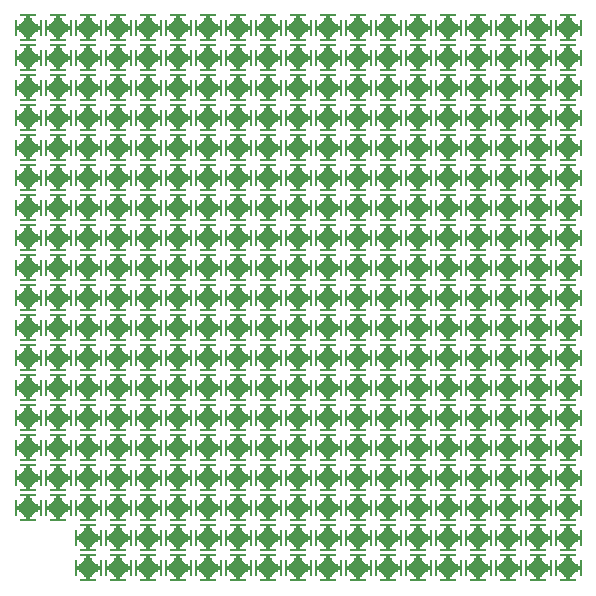
<source format=gbl>
G75*
%MOIN*%
%OFA0B0*%
%FSLAX24Y24*%
%IPPOS*%
%LPD*%
%AMOC8*
5,1,8,0,0,1.08239X$1,22.5*
%
%ADD10R,0.0063X0.0250*%
%ADD11R,0.0094X0.0563*%
%ADD12R,0.0250X0.0063*%
%ADD13R,0.0563X0.0094*%
%ADD14R,0.0125X0.0125*%
%ADD15OC8,0.0531*%
D10*
X002733Y001014D03*
X003296Y001014D03*
X003733Y001014D03*
X004296Y001014D03*
X004733Y001014D03*
X005296Y001014D03*
X005733Y001014D03*
X006296Y001014D03*
X006733Y001014D03*
X007296Y001014D03*
X007733Y001014D03*
X008296Y001014D03*
X008733Y001014D03*
X009296Y001014D03*
X009733Y001014D03*
X010296Y001014D03*
X010733Y001014D03*
X011296Y001014D03*
X011733Y001014D03*
X012296Y001014D03*
X012733Y001014D03*
X013296Y001014D03*
X013733Y001014D03*
X014296Y001014D03*
X014733Y001014D03*
X015296Y001014D03*
X015733Y001014D03*
X016296Y001014D03*
X016733Y001014D03*
X017296Y001014D03*
X017733Y001014D03*
X018296Y001014D03*
X018733Y001014D03*
X019296Y001014D03*
X019296Y002014D03*
X018733Y002014D03*
X018296Y002014D03*
X017733Y002014D03*
X017296Y002014D03*
X016733Y002014D03*
X016296Y002014D03*
X015733Y002014D03*
X015296Y002014D03*
X014733Y002014D03*
X014296Y002014D03*
X013733Y002014D03*
X013296Y002014D03*
X012733Y002014D03*
X012296Y002014D03*
X011733Y002014D03*
X011296Y002014D03*
X010733Y002014D03*
X010296Y002014D03*
X009733Y002014D03*
X009296Y002014D03*
X008733Y002014D03*
X008296Y002014D03*
X007733Y002014D03*
X007296Y002014D03*
X006733Y002014D03*
X006296Y002014D03*
X005733Y002014D03*
X005296Y002014D03*
X004733Y002014D03*
X004296Y002014D03*
X003733Y002014D03*
X003296Y002014D03*
X002733Y002014D03*
X002733Y003014D03*
X002296Y003014D03*
X001733Y003014D03*
X001296Y003014D03*
X000733Y003014D03*
X000733Y004014D03*
X001296Y004014D03*
X001733Y004014D03*
X002296Y004014D03*
X002733Y004014D03*
X003296Y004014D03*
X003733Y004014D03*
X004296Y004014D03*
X004733Y004014D03*
X005296Y004014D03*
X005733Y004014D03*
X006296Y004014D03*
X006733Y004014D03*
X007296Y004014D03*
X007733Y004014D03*
X008296Y004014D03*
X008733Y004014D03*
X009296Y004014D03*
X009733Y004014D03*
X010296Y004014D03*
X010733Y004014D03*
X011296Y004014D03*
X011733Y004014D03*
X012296Y004014D03*
X012733Y004014D03*
X013296Y004014D03*
X013733Y004014D03*
X014296Y004014D03*
X014733Y004014D03*
X015296Y004014D03*
X015733Y004014D03*
X016296Y004014D03*
X016733Y004014D03*
X017296Y004014D03*
X017733Y004014D03*
X018296Y004014D03*
X018733Y004014D03*
X019296Y004014D03*
X019296Y003014D03*
X018733Y003014D03*
X018296Y003014D03*
X017733Y003014D03*
X017296Y003014D03*
X016733Y003014D03*
X016296Y003014D03*
X015733Y003014D03*
X015296Y003014D03*
X014733Y003014D03*
X014296Y003014D03*
X013733Y003014D03*
X013296Y003014D03*
X012733Y003014D03*
X012296Y003014D03*
X011733Y003014D03*
X011296Y003014D03*
X010733Y003014D03*
X010296Y003014D03*
X009733Y003014D03*
X009296Y003014D03*
X008733Y003014D03*
X008296Y003014D03*
X007733Y003014D03*
X007296Y003014D03*
X006733Y003014D03*
X006296Y003014D03*
X005733Y003014D03*
X005296Y003014D03*
X004733Y003014D03*
X004296Y003014D03*
X003733Y003014D03*
X003296Y003014D03*
X003296Y005014D03*
X003733Y005014D03*
X004296Y005014D03*
X004733Y005014D03*
X005296Y005014D03*
X005733Y005014D03*
X006296Y005014D03*
X006733Y005014D03*
X007296Y005014D03*
X007733Y005014D03*
X008296Y005014D03*
X008733Y005014D03*
X009296Y005014D03*
X009733Y005014D03*
X010296Y005014D03*
X010733Y005014D03*
X011296Y005014D03*
X011733Y005014D03*
X012296Y005014D03*
X012733Y005014D03*
X013296Y005014D03*
X013733Y005014D03*
X014296Y005014D03*
X014733Y005014D03*
X015296Y005014D03*
X015733Y005014D03*
X016296Y005014D03*
X016733Y005014D03*
X017296Y005014D03*
X017733Y005014D03*
X018296Y005014D03*
X018733Y005014D03*
X019296Y005014D03*
X019296Y006014D03*
X018733Y006014D03*
X018296Y006014D03*
X017733Y006014D03*
X017296Y006014D03*
X016733Y006014D03*
X016296Y006014D03*
X015733Y006014D03*
X015296Y006014D03*
X014733Y006014D03*
X014296Y006014D03*
X013733Y006014D03*
X013296Y006014D03*
X012733Y006014D03*
X012296Y006014D03*
X011733Y006014D03*
X011296Y006014D03*
X010733Y006014D03*
X010296Y006014D03*
X009733Y006014D03*
X009296Y006014D03*
X008733Y006014D03*
X008296Y006014D03*
X007733Y006014D03*
X007296Y006014D03*
X006733Y006014D03*
X006296Y006014D03*
X005733Y006014D03*
X005296Y006014D03*
X004733Y006014D03*
X004296Y006014D03*
X003733Y006014D03*
X003296Y006014D03*
X002733Y006014D03*
X002296Y006014D03*
X001733Y006014D03*
X001296Y006014D03*
X000733Y006014D03*
X000733Y005014D03*
X001296Y005014D03*
X001733Y005014D03*
X002296Y005014D03*
X002733Y005014D03*
X002733Y007014D03*
X002296Y007014D03*
X001733Y007014D03*
X001296Y007014D03*
X000733Y007014D03*
X000733Y008014D03*
X001296Y008014D03*
X001733Y008014D03*
X002296Y008014D03*
X002733Y008014D03*
X003296Y008014D03*
X003733Y008014D03*
X004296Y008014D03*
X004733Y008014D03*
X005296Y008014D03*
X005733Y008014D03*
X006296Y008014D03*
X006733Y008014D03*
X007296Y008014D03*
X007733Y008014D03*
X008296Y008014D03*
X008733Y008014D03*
X009296Y008014D03*
X009733Y008014D03*
X010296Y008014D03*
X010733Y008014D03*
X011296Y008014D03*
X011733Y008014D03*
X012296Y008014D03*
X012733Y008014D03*
X013296Y008014D03*
X013733Y008014D03*
X014296Y008014D03*
X014733Y008014D03*
X015296Y008014D03*
X015733Y008014D03*
X016296Y008014D03*
X016733Y008014D03*
X017296Y008014D03*
X017733Y008014D03*
X018296Y008014D03*
X018733Y008014D03*
X019296Y008014D03*
X019296Y007014D03*
X018733Y007014D03*
X018296Y007014D03*
X017733Y007014D03*
X017296Y007014D03*
X016733Y007014D03*
X016296Y007014D03*
X015733Y007014D03*
X015296Y007014D03*
X014733Y007014D03*
X014296Y007014D03*
X013733Y007014D03*
X013296Y007014D03*
X012733Y007014D03*
X012296Y007014D03*
X011733Y007014D03*
X011296Y007014D03*
X010733Y007014D03*
X010296Y007014D03*
X009733Y007014D03*
X009296Y007014D03*
X008733Y007014D03*
X008296Y007014D03*
X007733Y007014D03*
X007296Y007014D03*
X006733Y007014D03*
X006296Y007014D03*
X005733Y007014D03*
X005296Y007014D03*
X004733Y007014D03*
X004296Y007014D03*
X003733Y007014D03*
X003296Y007014D03*
X003296Y009014D03*
X003733Y009014D03*
X004296Y009014D03*
X004733Y009014D03*
X005296Y009014D03*
X005733Y009014D03*
X006296Y009014D03*
X006733Y009014D03*
X007296Y009014D03*
X007733Y009014D03*
X008296Y009014D03*
X008733Y009014D03*
X009296Y009014D03*
X009733Y009014D03*
X010296Y009014D03*
X010733Y009014D03*
X011296Y009014D03*
X011733Y009014D03*
X012296Y009014D03*
X012733Y009014D03*
X013296Y009014D03*
X013733Y009014D03*
X014296Y009014D03*
X014733Y009014D03*
X015296Y009014D03*
X015733Y009014D03*
X016296Y009014D03*
X016733Y009014D03*
X017296Y009014D03*
X017733Y009014D03*
X018296Y009014D03*
X018733Y009014D03*
X019296Y009014D03*
X019296Y010014D03*
X018733Y010014D03*
X018296Y010014D03*
X017733Y010014D03*
X017296Y010014D03*
X016733Y010014D03*
X016296Y010014D03*
X015733Y010014D03*
X015296Y010014D03*
X014733Y010014D03*
X014296Y010014D03*
X013733Y010014D03*
X013296Y010014D03*
X012733Y010014D03*
X012296Y010014D03*
X011733Y010014D03*
X011296Y010014D03*
X010733Y010014D03*
X010296Y010014D03*
X009733Y010014D03*
X009296Y010014D03*
X008733Y010014D03*
X008296Y010014D03*
X007733Y010014D03*
X007296Y010014D03*
X006733Y010014D03*
X006296Y010014D03*
X005733Y010014D03*
X005296Y010014D03*
X004733Y010014D03*
X004296Y010014D03*
X003733Y010014D03*
X003296Y010014D03*
X002733Y010014D03*
X002296Y010014D03*
X001733Y010014D03*
X001296Y010014D03*
X000733Y010014D03*
X000733Y009014D03*
X001296Y009014D03*
X001733Y009014D03*
X002296Y009014D03*
X002733Y009014D03*
X002733Y011014D03*
X002296Y011014D03*
X001733Y011014D03*
X001296Y011014D03*
X000733Y011014D03*
X000733Y012014D03*
X001296Y012014D03*
X001733Y012014D03*
X002296Y012014D03*
X002733Y012014D03*
X003296Y012014D03*
X003733Y012014D03*
X004296Y012014D03*
X004733Y012014D03*
X005296Y012014D03*
X005733Y012014D03*
X006296Y012014D03*
X006733Y012014D03*
X007296Y012014D03*
X007733Y012014D03*
X008296Y012014D03*
X008733Y012014D03*
X009296Y012014D03*
X009733Y012014D03*
X010296Y012014D03*
X010733Y012014D03*
X011296Y012014D03*
X011733Y012014D03*
X012296Y012014D03*
X012733Y012014D03*
X013296Y012014D03*
X013733Y012014D03*
X014296Y012014D03*
X014733Y012014D03*
X015296Y012014D03*
X015733Y012014D03*
X016296Y012014D03*
X016733Y012014D03*
X017296Y012014D03*
X017733Y012014D03*
X018296Y012014D03*
X018733Y012014D03*
X019296Y012014D03*
X019296Y011014D03*
X018733Y011014D03*
X018296Y011014D03*
X017733Y011014D03*
X017296Y011014D03*
X016733Y011014D03*
X016296Y011014D03*
X015733Y011014D03*
X015296Y011014D03*
X014733Y011014D03*
X014296Y011014D03*
X013733Y011014D03*
X013296Y011014D03*
X012733Y011014D03*
X012296Y011014D03*
X011733Y011014D03*
X011296Y011014D03*
X010733Y011014D03*
X010296Y011014D03*
X009733Y011014D03*
X009296Y011014D03*
X008733Y011014D03*
X008296Y011014D03*
X007733Y011014D03*
X007296Y011014D03*
X006733Y011014D03*
X006296Y011014D03*
X005733Y011014D03*
X005296Y011014D03*
X004733Y011014D03*
X004296Y011014D03*
X003733Y011014D03*
X003296Y011014D03*
X003296Y013014D03*
X003733Y013014D03*
X004296Y013014D03*
X004733Y013014D03*
X005296Y013014D03*
X005733Y013014D03*
X006296Y013014D03*
X006733Y013014D03*
X007296Y013014D03*
X007733Y013014D03*
X008296Y013014D03*
X008733Y013014D03*
X009296Y013014D03*
X009733Y013014D03*
X010296Y013014D03*
X010733Y013014D03*
X011296Y013014D03*
X011733Y013014D03*
X012296Y013014D03*
X012733Y013014D03*
X013296Y013014D03*
X013733Y013014D03*
X014296Y013014D03*
X014733Y013014D03*
X015296Y013014D03*
X015733Y013014D03*
X016296Y013014D03*
X016733Y013014D03*
X017296Y013014D03*
X017733Y013014D03*
X018296Y013014D03*
X018733Y013014D03*
X019296Y013014D03*
X019296Y014014D03*
X018733Y014014D03*
X018296Y014014D03*
X017733Y014014D03*
X017296Y014014D03*
X016733Y014014D03*
X016296Y014014D03*
X015733Y014014D03*
X015296Y014014D03*
X014733Y014014D03*
X014296Y014014D03*
X013733Y014014D03*
X013296Y014014D03*
X012733Y014014D03*
X012296Y014014D03*
X011733Y014014D03*
X011296Y014014D03*
X010733Y014014D03*
X010296Y014014D03*
X009733Y014014D03*
X009296Y014014D03*
X008733Y014014D03*
X008296Y014014D03*
X007733Y014014D03*
X007296Y014014D03*
X006733Y014014D03*
X006296Y014014D03*
X005733Y014014D03*
X005296Y014014D03*
X004733Y014014D03*
X004296Y014014D03*
X003733Y014014D03*
X003296Y014014D03*
X002733Y014014D03*
X002296Y014014D03*
X001733Y014014D03*
X001296Y014014D03*
X000733Y014014D03*
X000733Y013014D03*
X001296Y013014D03*
X001733Y013014D03*
X002296Y013014D03*
X002733Y013014D03*
X002733Y015014D03*
X002296Y015014D03*
X001733Y015014D03*
X001296Y015014D03*
X000733Y015014D03*
X000733Y016014D03*
X001296Y016014D03*
X001733Y016014D03*
X002296Y016014D03*
X002733Y016014D03*
X003296Y016014D03*
X003733Y016014D03*
X004296Y016014D03*
X004733Y016014D03*
X005296Y016014D03*
X005733Y016014D03*
X006296Y016014D03*
X006733Y016014D03*
X007296Y016014D03*
X007733Y016014D03*
X008296Y016014D03*
X008733Y016014D03*
X009296Y016014D03*
X009733Y016014D03*
X010296Y016014D03*
X010733Y016014D03*
X011296Y016014D03*
X011733Y016014D03*
X012296Y016014D03*
X012733Y016014D03*
X013296Y016014D03*
X013733Y016014D03*
X014296Y016014D03*
X014733Y016014D03*
X015296Y016014D03*
X015733Y016014D03*
X016296Y016014D03*
X016733Y016014D03*
X017296Y016014D03*
X017733Y016014D03*
X018296Y016014D03*
X018733Y016014D03*
X019296Y016014D03*
X019296Y015014D03*
X018733Y015014D03*
X018296Y015014D03*
X017733Y015014D03*
X017296Y015014D03*
X016733Y015014D03*
X016296Y015014D03*
X015733Y015014D03*
X015296Y015014D03*
X014733Y015014D03*
X014296Y015014D03*
X013733Y015014D03*
X013296Y015014D03*
X012733Y015014D03*
X012296Y015014D03*
X011733Y015014D03*
X011296Y015014D03*
X010733Y015014D03*
X010296Y015014D03*
X009733Y015014D03*
X009296Y015014D03*
X008733Y015014D03*
X008296Y015014D03*
X007733Y015014D03*
X007296Y015014D03*
X006733Y015014D03*
X006296Y015014D03*
X005733Y015014D03*
X005296Y015014D03*
X004733Y015014D03*
X004296Y015014D03*
X003733Y015014D03*
X003296Y015014D03*
X003296Y017014D03*
X003733Y017014D03*
X004296Y017014D03*
X004733Y017014D03*
X005296Y017014D03*
X005733Y017014D03*
X006296Y017014D03*
X006733Y017014D03*
X007296Y017014D03*
X007733Y017014D03*
X008296Y017014D03*
X008733Y017014D03*
X009296Y017014D03*
X009733Y017014D03*
X010296Y017014D03*
X010733Y017014D03*
X011296Y017014D03*
X011733Y017014D03*
X012296Y017014D03*
X012733Y017014D03*
X013296Y017014D03*
X013733Y017014D03*
X014296Y017014D03*
X014733Y017014D03*
X015296Y017014D03*
X015733Y017014D03*
X016296Y017014D03*
X016733Y017014D03*
X017296Y017014D03*
X017733Y017014D03*
X018296Y017014D03*
X018733Y017014D03*
X019296Y017014D03*
X019296Y018014D03*
X018733Y018014D03*
X018296Y018014D03*
X017733Y018014D03*
X017296Y018014D03*
X016733Y018014D03*
X016296Y018014D03*
X015733Y018014D03*
X015296Y018014D03*
X014733Y018014D03*
X014296Y018014D03*
X013733Y018014D03*
X013296Y018014D03*
X012733Y018014D03*
X012296Y018014D03*
X011733Y018014D03*
X011296Y018014D03*
X010733Y018014D03*
X010296Y018014D03*
X009733Y018014D03*
X009296Y018014D03*
X008733Y018014D03*
X008296Y018014D03*
X007733Y018014D03*
X007296Y018014D03*
X006733Y018014D03*
X006296Y018014D03*
X005733Y018014D03*
X005296Y018014D03*
X004733Y018014D03*
X004296Y018014D03*
X003733Y018014D03*
X003296Y018014D03*
X002733Y018014D03*
X002296Y018014D03*
X001733Y018014D03*
X001296Y018014D03*
X000733Y018014D03*
X000733Y017014D03*
X001296Y017014D03*
X001733Y017014D03*
X002296Y017014D03*
X002733Y017014D03*
X002733Y019014D03*
X002296Y019014D03*
X001733Y019014D03*
X001296Y019014D03*
X000733Y019014D03*
X003296Y019014D03*
X003733Y019014D03*
X004296Y019014D03*
X004733Y019014D03*
X005296Y019014D03*
X005733Y019014D03*
X006296Y019014D03*
X006733Y019014D03*
X007296Y019014D03*
X007733Y019014D03*
X008296Y019014D03*
X008733Y019014D03*
X009296Y019014D03*
X009733Y019014D03*
X010296Y019014D03*
X010733Y019014D03*
X011296Y019014D03*
X011733Y019014D03*
X012296Y019014D03*
X012733Y019014D03*
X013296Y019014D03*
X013733Y019014D03*
X014296Y019014D03*
X014733Y019014D03*
X015296Y019014D03*
X015733Y019014D03*
X016296Y019014D03*
X016733Y019014D03*
X017296Y019014D03*
X017733Y019014D03*
X018296Y019014D03*
X018733Y019014D03*
X019296Y019014D03*
D11*
X019436Y019014D03*
X018592Y019014D03*
X018436Y019014D03*
X017592Y019014D03*
X017436Y019014D03*
X016592Y019014D03*
X016436Y019014D03*
X015592Y019014D03*
X015436Y019014D03*
X014592Y019014D03*
X014436Y019014D03*
X013592Y019014D03*
X013436Y019014D03*
X012592Y019014D03*
X012436Y019014D03*
X011592Y019014D03*
X011436Y019014D03*
X010592Y019014D03*
X010436Y019014D03*
X009592Y019014D03*
X009436Y019014D03*
X008592Y019014D03*
X008436Y019014D03*
X007592Y019014D03*
X007436Y019014D03*
X006592Y019014D03*
X006436Y019014D03*
X005592Y019014D03*
X005436Y019014D03*
X004592Y019014D03*
X004436Y019014D03*
X003592Y019014D03*
X003436Y019014D03*
X002592Y019014D03*
X002436Y019014D03*
X001592Y019014D03*
X001436Y019014D03*
X000592Y019014D03*
X000592Y018014D03*
X001436Y018014D03*
X001592Y018014D03*
X002436Y018014D03*
X002592Y018014D03*
X003436Y018014D03*
X003592Y018014D03*
X004436Y018014D03*
X004592Y018014D03*
X005436Y018014D03*
X005592Y018014D03*
X006436Y018014D03*
X006592Y018014D03*
X007436Y018014D03*
X007592Y018014D03*
X008436Y018014D03*
X008592Y018014D03*
X009436Y018014D03*
X009592Y018014D03*
X010436Y018014D03*
X010592Y018014D03*
X011436Y018014D03*
X011592Y018014D03*
X012436Y018014D03*
X012592Y018014D03*
X013436Y018014D03*
X013592Y018014D03*
X014436Y018014D03*
X014592Y018014D03*
X015436Y018014D03*
X015592Y018014D03*
X016436Y018014D03*
X016592Y018014D03*
X017436Y018014D03*
X017592Y018014D03*
X018436Y018014D03*
X018592Y018014D03*
X019436Y018014D03*
X019436Y017014D03*
X018592Y017014D03*
X018436Y017014D03*
X017592Y017014D03*
X017436Y017014D03*
X016592Y017014D03*
X016436Y017014D03*
X015592Y017014D03*
X015436Y017014D03*
X014592Y017014D03*
X014436Y017014D03*
X013592Y017014D03*
X013436Y017014D03*
X012592Y017014D03*
X012436Y017014D03*
X011592Y017014D03*
X011436Y017014D03*
X010592Y017014D03*
X010436Y017014D03*
X009592Y017014D03*
X009436Y017014D03*
X008592Y017014D03*
X008436Y017014D03*
X007592Y017014D03*
X007436Y017014D03*
X006592Y017014D03*
X006436Y017014D03*
X005592Y017014D03*
X005436Y017014D03*
X004592Y017014D03*
X004436Y017014D03*
X003592Y017014D03*
X003436Y017014D03*
X002592Y017014D03*
X002436Y017014D03*
X001592Y017014D03*
X001436Y017014D03*
X000592Y017014D03*
X000592Y016014D03*
X001436Y016014D03*
X001592Y016014D03*
X002436Y016014D03*
X002592Y016014D03*
X003436Y016014D03*
X003592Y016014D03*
X004436Y016014D03*
X004592Y016014D03*
X005436Y016014D03*
X005592Y016014D03*
X006436Y016014D03*
X006592Y016014D03*
X007436Y016014D03*
X007592Y016014D03*
X008436Y016014D03*
X008592Y016014D03*
X009436Y016014D03*
X009592Y016014D03*
X010436Y016014D03*
X010592Y016014D03*
X011436Y016014D03*
X011592Y016014D03*
X012436Y016014D03*
X012592Y016014D03*
X013436Y016014D03*
X013592Y016014D03*
X014436Y016014D03*
X014592Y016014D03*
X015436Y016014D03*
X015592Y016014D03*
X016436Y016014D03*
X016592Y016014D03*
X017436Y016014D03*
X017592Y016014D03*
X018436Y016014D03*
X018592Y016014D03*
X019436Y016014D03*
X019436Y015014D03*
X018592Y015014D03*
X018436Y015014D03*
X017592Y015014D03*
X017436Y015014D03*
X016592Y015014D03*
X016436Y015014D03*
X015592Y015014D03*
X015436Y015014D03*
X014592Y015014D03*
X014436Y015014D03*
X013592Y015014D03*
X013436Y015014D03*
X012592Y015014D03*
X012436Y015014D03*
X011592Y015014D03*
X011436Y015014D03*
X010592Y015014D03*
X010436Y015014D03*
X009592Y015014D03*
X009436Y015014D03*
X008592Y015014D03*
X008436Y015014D03*
X007592Y015014D03*
X007436Y015014D03*
X006592Y015014D03*
X006436Y015014D03*
X005592Y015014D03*
X005436Y015014D03*
X004592Y015014D03*
X004436Y015014D03*
X003592Y015014D03*
X003436Y015014D03*
X002592Y015014D03*
X002436Y015014D03*
X001592Y015014D03*
X001436Y015014D03*
X000592Y015014D03*
X000592Y014014D03*
X001436Y014014D03*
X001592Y014014D03*
X002436Y014014D03*
X002592Y014014D03*
X003436Y014014D03*
X003592Y014014D03*
X004436Y014014D03*
X004592Y014014D03*
X005436Y014014D03*
X005592Y014014D03*
X006436Y014014D03*
X006592Y014014D03*
X007436Y014014D03*
X007592Y014014D03*
X008436Y014014D03*
X008592Y014014D03*
X009436Y014014D03*
X009592Y014014D03*
X010436Y014014D03*
X010592Y014014D03*
X011436Y014014D03*
X011592Y014014D03*
X012436Y014014D03*
X012592Y014014D03*
X013436Y014014D03*
X013592Y014014D03*
X014436Y014014D03*
X014592Y014014D03*
X015436Y014014D03*
X015592Y014014D03*
X016436Y014014D03*
X016592Y014014D03*
X017436Y014014D03*
X017592Y014014D03*
X018436Y014014D03*
X018592Y014014D03*
X019436Y014014D03*
X019436Y013014D03*
X018592Y013014D03*
X018436Y013014D03*
X017592Y013014D03*
X017436Y013014D03*
X016592Y013014D03*
X016436Y013014D03*
X015592Y013014D03*
X015436Y013014D03*
X014592Y013014D03*
X014436Y013014D03*
X013592Y013014D03*
X013436Y013014D03*
X012592Y013014D03*
X012436Y013014D03*
X011592Y013014D03*
X011436Y013014D03*
X010592Y013014D03*
X010436Y013014D03*
X009592Y013014D03*
X009436Y013014D03*
X008592Y013014D03*
X008436Y013014D03*
X007592Y013014D03*
X007436Y013014D03*
X006592Y013014D03*
X006436Y013014D03*
X005592Y013014D03*
X005436Y013014D03*
X004592Y013014D03*
X004436Y013014D03*
X003592Y013014D03*
X003436Y013014D03*
X002592Y013014D03*
X002436Y013014D03*
X001592Y013014D03*
X001436Y013014D03*
X000592Y013014D03*
X000592Y012014D03*
X001436Y012014D03*
X001592Y012014D03*
X002436Y012014D03*
X002592Y012014D03*
X003436Y012014D03*
X003592Y012014D03*
X004436Y012014D03*
X004592Y012014D03*
X005436Y012014D03*
X005592Y012014D03*
X006436Y012014D03*
X006592Y012014D03*
X007436Y012014D03*
X007592Y012014D03*
X008436Y012014D03*
X008592Y012014D03*
X009436Y012014D03*
X009592Y012014D03*
X010436Y012014D03*
X010592Y012014D03*
X011436Y012014D03*
X011592Y012014D03*
X012436Y012014D03*
X012592Y012014D03*
X013436Y012014D03*
X013592Y012014D03*
X014436Y012014D03*
X014592Y012014D03*
X015436Y012014D03*
X015592Y012014D03*
X016436Y012014D03*
X016592Y012014D03*
X017436Y012014D03*
X017592Y012014D03*
X018436Y012014D03*
X018592Y012014D03*
X019436Y012014D03*
X019436Y011014D03*
X018592Y011014D03*
X018436Y011014D03*
X017592Y011014D03*
X017436Y011014D03*
X016592Y011014D03*
X016436Y011014D03*
X015592Y011014D03*
X015436Y011014D03*
X014592Y011014D03*
X014436Y011014D03*
X013592Y011014D03*
X013436Y011014D03*
X012592Y011014D03*
X012436Y011014D03*
X011592Y011014D03*
X011436Y011014D03*
X010592Y011014D03*
X010436Y011014D03*
X009592Y011014D03*
X009436Y011014D03*
X008592Y011014D03*
X008436Y011014D03*
X007592Y011014D03*
X007436Y011014D03*
X006592Y011014D03*
X006436Y011014D03*
X005592Y011014D03*
X005436Y011014D03*
X004592Y011014D03*
X004436Y011014D03*
X003592Y011014D03*
X003436Y011014D03*
X002592Y011014D03*
X002436Y011014D03*
X001592Y011014D03*
X001436Y011014D03*
X000592Y011014D03*
X000592Y010014D03*
X001436Y010014D03*
X001592Y010014D03*
X002436Y010014D03*
X002592Y010014D03*
X003436Y010014D03*
X003592Y010014D03*
X004436Y010014D03*
X004592Y010014D03*
X005436Y010014D03*
X005592Y010014D03*
X006436Y010014D03*
X006592Y010014D03*
X007436Y010014D03*
X007592Y010014D03*
X008436Y010014D03*
X008592Y010014D03*
X009436Y010014D03*
X009592Y010014D03*
X010436Y010014D03*
X010592Y010014D03*
X011436Y010014D03*
X011592Y010014D03*
X012436Y010014D03*
X012592Y010014D03*
X013436Y010014D03*
X013592Y010014D03*
X014436Y010014D03*
X014592Y010014D03*
X015436Y010014D03*
X015592Y010014D03*
X016436Y010014D03*
X016592Y010014D03*
X017436Y010014D03*
X017592Y010014D03*
X018436Y010014D03*
X018592Y010014D03*
X019436Y010014D03*
X019436Y009014D03*
X018592Y009014D03*
X018436Y009014D03*
X017592Y009014D03*
X017436Y009014D03*
X016592Y009014D03*
X016436Y009014D03*
X015592Y009014D03*
X015436Y009014D03*
X014592Y009014D03*
X014436Y009014D03*
X013592Y009014D03*
X013436Y009014D03*
X012592Y009014D03*
X012436Y009014D03*
X011592Y009014D03*
X011436Y009014D03*
X010592Y009014D03*
X010436Y009014D03*
X009592Y009014D03*
X009436Y009014D03*
X008592Y009014D03*
X008436Y009014D03*
X007592Y009014D03*
X007436Y009014D03*
X006592Y009014D03*
X006436Y009014D03*
X005592Y009014D03*
X005436Y009014D03*
X004592Y009014D03*
X004436Y009014D03*
X003592Y009014D03*
X003436Y009014D03*
X002592Y009014D03*
X002436Y009014D03*
X001592Y009014D03*
X001436Y009014D03*
X000592Y009014D03*
X000592Y008014D03*
X001436Y008014D03*
X001592Y008014D03*
X002436Y008014D03*
X002592Y008014D03*
X003436Y008014D03*
X003592Y008014D03*
X004436Y008014D03*
X004592Y008014D03*
X005436Y008014D03*
X005592Y008014D03*
X006436Y008014D03*
X006592Y008014D03*
X007436Y008014D03*
X007592Y008014D03*
X008436Y008014D03*
X008592Y008014D03*
X009436Y008014D03*
X009592Y008014D03*
X010436Y008014D03*
X010592Y008014D03*
X011436Y008014D03*
X011592Y008014D03*
X012436Y008014D03*
X012592Y008014D03*
X013436Y008014D03*
X013592Y008014D03*
X014436Y008014D03*
X014592Y008014D03*
X015436Y008014D03*
X015592Y008014D03*
X016436Y008014D03*
X016592Y008014D03*
X017436Y008014D03*
X017592Y008014D03*
X018436Y008014D03*
X018592Y008014D03*
X019436Y008014D03*
X019436Y007014D03*
X018592Y007014D03*
X018436Y007014D03*
X017592Y007014D03*
X017436Y007014D03*
X016592Y007014D03*
X016436Y007014D03*
X015592Y007014D03*
X015436Y007014D03*
X014592Y007014D03*
X014436Y007014D03*
X013592Y007014D03*
X013436Y007014D03*
X012592Y007014D03*
X012436Y007014D03*
X011592Y007014D03*
X011436Y007014D03*
X010592Y007014D03*
X010436Y007014D03*
X009592Y007014D03*
X009436Y007014D03*
X008592Y007014D03*
X008436Y007014D03*
X007592Y007014D03*
X007436Y007014D03*
X006592Y007014D03*
X006436Y007014D03*
X005592Y007014D03*
X005436Y007014D03*
X004592Y007014D03*
X004436Y007014D03*
X003592Y007014D03*
X003436Y007014D03*
X002592Y007014D03*
X002436Y007014D03*
X001592Y007014D03*
X001436Y007014D03*
X000592Y007014D03*
X000592Y006014D03*
X001436Y006014D03*
X001592Y006014D03*
X002436Y006014D03*
X002592Y006014D03*
X003436Y006014D03*
X003592Y006014D03*
X004436Y006014D03*
X004592Y006014D03*
X005436Y006014D03*
X005592Y006014D03*
X006436Y006014D03*
X006592Y006014D03*
X007436Y006014D03*
X007592Y006014D03*
X008436Y006014D03*
X008592Y006014D03*
X009436Y006014D03*
X009592Y006014D03*
X010436Y006014D03*
X010592Y006014D03*
X011436Y006014D03*
X011592Y006014D03*
X012436Y006014D03*
X012592Y006014D03*
X013436Y006014D03*
X013592Y006014D03*
X014436Y006014D03*
X014592Y006014D03*
X015436Y006014D03*
X015592Y006014D03*
X016436Y006014D03*
X016592Y006014D03*
X017436Y006014D03*
X017592Y006014D03*
X018436Y006014D03*
X018592Y006014D03*
X019436Y006014D03*
X019436Y005014D03*
X018592Y005014D03*
X018436Y005014D03*
X017592Y005014D03*
X017436Y005014D03*
X016592Y005014D03*
X016436Y005014D03*
X015592Y005014D03*
X015436Y005014D03*
X014592Y005014D03*
X014436Y005014D03*
X013592Y005014D03*
X013436Y005014D03*
X012592Y005014D03*
X012436Y005014D03*
X011592Y005014D03*
X011436Y005014D03*
X010592Y005014D03*
X010436Y005014D03*
X009592Y005014D03*
X009436Y005014D03*
X008592Y005014D03*
X008436Y005014D03*
X007592Y005014D03*
X007436Y005014D03*
X006592Y005014D03*
X006436Y005014D03*
X005592Y005014D03*
X005436Y005014D03*
X004592Y005014D03*
X004436Y005014D03*
X003592Y005014D03*
X003436Y005014D03*
X002592Y005014D03*
X002436Y005014D03*
X001592Y005014D03*
X001436Y005014D03*
X000592Y005014D03*
X000592Y004014D03*
X001436Y004014D03*
X001592Y004014D03*
X002436Y004014D03*
X002592Y004014D03*
X003436Y004014D03*
X003592Y004014D03*
X004436Y004014D03*
X004592Y004014D03*
X005436Y004014D03*
X005592Y004014D03*
X006436Y004014D03*
X006592Y004014D03*
X007436Y004014D03*
X007592Y004014D03*
X008436Y004014D03*
X008592Y004014D03*
X009436Y004014D03*
X009592Y004014D03*
X010436Y004014D03*
X010592Y004014D03*
X011436Y004014D03*
X011592Y004014D03*
X012436Y004014D03*
X012592Y004014D03*
X013436Y004014D03*
X013592Y004014D03*
X014436Y004014D03*
X014592Y004014D03*
X015436Y004014D03*
X015592Y004014D03*
X016436Y004014D03*
X016592Y004014D03*
X017436Y004014D03*
X017592Y004014D03*
X018436Y004014D03*
X018592Y004014D03*
X019436Y004014D03*
X019436Y003014D03*
X018592Y003014D03*
X018436Y003014D03*
X017592Y003014D03*
X017436Y003014D03*
X016592Y003014D03*
X016436Y003014D03*
X015592Y003014D03*
X015436Y003014D03*
X014592Y003014D03*
X014436Y003014D03*
X013592Y003014D03*
X013436Y003014D03*
X012592Y003014D03*
X012436Y003014D03*
X011592Y003014D03*
X011436Y003014D03*
X010592Y003014D03*
X010436Y003014D03*
X009592Y003014D03*
X009436Y003014D03*
X008592Y003014D03*
X008436Y003014D03*
X007592Y003014D03*
X007436Y003014D03*
X006592Y003014D03*
X006436Y003014D03*
X005592Y003014D03*
X005436Y003014D03*
X004592Y003014D03*
X004436Y003014D03*
X003592Y003014D03*
X003436Y003014D03*
X002592Y003014D03*
X002436Y003014D03*
X001592Y003014D03*
X001436Y003014D03*
X000592Y003014D03*
X002592Y002014D03*
X003436Y002014D03*
X003592Y002014D03*
X004436Y002014D03*
X004592Y002014D03*
X005436Y002014D03*
X005592Y002014D03*
X006436Y002014D03*
X006592Y002014D03*
X007436Y002014D03*
X007592Y002014D03*
X008436Y002014D03*
X008592Y002014D03*
X009436Y002014D03*
X009592Y002014D03*
X010436Y002014D03*
X010592Y002014D03*
X011436Y002014D03*
X011592Y002014D03*
X012436Y002014D03*
X012592Y002014D03*
X013436Y002014D03*
X013592Y002014D03*
X014436Y002014D03*
X014592Y002014D03*
X015436Y002014D03*
X015592Y002014D03*
X016436Y002014D03*
X016592Y002014D03*
X017436Y002014D03*
X017592Y002014D03*
X018436Y002014D03*
X018592Y002014D03*
X019436Y002014D03*
X019436Y001014D03*
X018592Y001014D03*
X018436Y001014D03*
X017592Y001014D03*
X017436Y001014D03*
X016592Y001014D03*
X016436Y001014D03*
X015592Y001014D03*
X015436Y001014D03*
X014592Y001014D03*
X014436Y001014D03*
X013592Y001014D03*
X013436Y001014D03*
X012592Y001014D03*
X012436Y001014D03*
X011592Y001014D03*
X011436Y001014D03*
X010592Y001014D03*
X010436Y001014D03*
X009592Y001014D03*
X009436Y001014D03*
X008592Y001014D03*
X008436Y001014D03*
X007592Y001014D03*
X007436Y001014D03*
X006592Y001014D03*
X006436Y001014D03*
X005592Y001014D03*
X005436Y001014D03*
X004592Y001014D03*
X004436Y001014D03*
X003592Y001014D03*
X003436Y001014D03*
X002592Y001014D03*
D12*
X003014Y000733D03*
X003014Y001296D03*
X003014Y001733D03*
X003014Y002296D03*
X003014Y002733D03*
X003014Y003296D03*
X003014Y003733D03*
X003014Y004296D03*
X003014Y004733D03*
X003014Y005296D03*
X003014Y005733D03*
X003014Y006296D03*
X003014Y006733D03*
X003014Y007296D03*
X003014Y007733D03*
X003014Y008296D03*
X003014Y008733D03*
X003014Y009296D03*
X003014Y009733D03*
X003014Y010296D03*
X003014Y010733D03*
X003014Y011296D03*
X003014Y011733D03*
X003014Y012296D03*
X003014Y012733D03*
X003014Y013296D03*
X003014Y013733D03*
X003014Y014296D03*
X003014Y014733D03*
X003014Y015296D03*
X003014Y015733D03*
X003014Y016296D03*
X003014Y016733D03*
X003014Y017296D03*
X003014Y017733D03*
X003014Y018296D03*
X003014Y018733D03*
X003014Y019296D03*
X002014Y019296D03*
X002014Y018733D03*
X002014Y018296D03*
X002014Y017733D03*
X002014Y017296D03*
X002014Y016733D03*
X002014Y016296D03*
X002014Y015733D03*
X002014Y015296D03*
X002014Y014733D03*
X002014Y014296D03*
X002014Y013733D03*
X002014Y013296D03*
X002014Y012733D03*
X002014Y012296D03*
X002014Y011733D03*
X002014Y011296D03*
X002014Y010733D03*
X002014Y010296D03*
X002014Y009733D03*
X002014Y009296D03*
X002014Y008733D03*
X002014Y008296D03*
X002014Y007733D03*
X002014Y007296D03*
X002014Y006733D03*
X002014Y006296D03*
X002014Y005733D03*
X002014Y005296D03*
X002014Y004733D03*
X002014Y004296D03*
X002014Y003733D03*
X002014Y003296D03*
X002014Y002733D03*
X001014Y002733D03*
X001014Y003296D03*
X001014Y003733D03*
X001014Y004296D03*
X001014Y004733D03*
X001014Y005296D03*
X001014Y005733D03*
X001014Y006296D03*
X001014Y006733D03*
X001014Y007296D03*
X001014Y007733D03*
X001014Y008296D03*
X001014Y008733D03*
X001014Y009296D03*
X001014Y009733D03*
X001014Y010296D03*
X001014Y010733D03*
X001014Y011296D03*
X001014Y011733D03*
X001014Y012296D03*
X001014Y012733D03*
X001014Y013296D03*
X001014Y013733D03*
X001014Y014296D03*
X001014Y014733D03*
X001014Y015296D03*
X001014Y015733D03*
X001014Y016296D03*
X001014Y016733D03*
X001014Y017296D03*
X001014Y017733D03*
X001014Y018296D03*
X001014Y018733D03*
X001014Y019296D03*
X004014Y019296D03*
X004014Y018733D03*
X004014Y018296D03*
X004014Y017733D03*
X004014Y017296D03*
X004014Y016733D03*
X004014Y016296D03*
X004014Y015733D03*
X004014Y015296D03*
X004014Y014733D03*
X004014Y014296D03*
X004014Y013733D03*
X004014Y013296D03*
X004014Y012733D03*
X004014Y012296D03*
X004014Y011733D03*
X004014Y011296D03*
X004014Y010733D03*
X004014Y010296D03*
X004014Y009733D03*
X004014Y009296D03*
X004014Y008733D03*
X004014Y008296D03*
X004014Y007733D03*
X004014Y007296D03*
X004014Y006733D03*
X004014Y006296D03*
X004014Y005733D03*
X004014Y005296D03*
X004014Y004733D03*
X004014Y004296D03*
X004014Y003733D03*
X004014Y003296D03*
X004014Y002733D03*
X004014Y002296D03*
X004014Y001733D03*
X004014Y001296D03*
X004014Y000733D03*
X005014Y000733D03*
X005014Y001296D03*
X005014Y001733D03*
X005014Y002296D03*
X005014Y002733D03*
X005014Y003296D03*
X005014Y003733D03*
X005014Y004296D03*
X005014Y004733D03*
X005014Y005296D03*
X005014Y005733D03*
X005014Y006296D03*
X005014Y006733D03*
X005014Y007296D03*
X005014Y007733D03*
X005014Y008296D03*
X005014Y008733D03*
X005014Y009296D03*
X005014Y009733D03*
X005014Y010296D03*
X005014Y010733D03*
X005014Y011296D03*
X005014Y011733D03*
X005014Y012296D03*
X005014Y012733D03*
X005014Y013296D03*
X005014Y013733D03*
X005014Y014296D03*
X005014Y014733D03*
X005014Y015296D03*
X005014Y015733D03*
X005014Y016296D03*
X005014Y016733D03*
X005014Y017296D03*
X005014Y017733D03*
X005014Y018296D03*
X005014Y018733D03*
X005014Y019296D03*
X006014Y019296D03*
X006014Y018733D03*
X006014Y018296D03*
X006014Y017733D03*
X006014Y017296D03*
X006014Y016733D03*
X006014Y016296D03*
X006014Y015733D03*
X006014Y015296D03*
X006014Y014733D03*
X006014Y014296D03*
X006014Y013733D03*
X006014Y013296D03*
X006014Y012733D03*
X006014Y012296D03*
X006014Y011733D03*
X006014Y011296D03*
X006014Y010733D03*
X006014Y010296D03*
X006014Y009733D03*
X006014Y009296D03*
X006014Y008733D03*
X006014Y008296D03*
X006014Y007733D03*
X006014Y007296D03*
X006014Y006733D03*
X006014Y006296D03*
X006014Y005733D03*
X006014Y005296D03*
X006014Y004733D03*
X006014Y004296D03*
X006014Y003733D03*
X006014Y003296D03*
X006014Y002733D03*
X006014Y002296D03*
X006014Y001733D03*
X006014Y001296D03*
X006014Y000733D03*
X007014Y000733D03*
X007014Y001296D03*
X007014Y001733D03*
X007014Y002296D03*
X007014Y002733D03*
X007014Y003296D03*
X007014Y003733D03*
X007014Y004296D03*
X007014Y004733D03*
X007014Y005296D03*
X007014Y005733D03*
X007014Y006296D03*
X007014Y006733D03*
X007014Y007296D03*
X007014Y007733D03*
X007014Y008296D03*
X007014Y008733D03*
X007014Y009296D03*
X007014Y009733D03*
X007014Y010296D03*
X007014Y010733D03*
X007014Y011296D03*
X007014Y011733D03*
X007014Y012296D03*
X007014Y012733D03*
X007014Y013296D03*
X007014Y013733D03*
X007014Y014296D03*
X007014Y014733D03*
X007014Y015296D03*
X007014Y015733D03*
X007014Y016296D03*
X007014Y016733D03*
X007014Y017296D03*
X007014Y017733D03*
X007014Y018296D03*
X007014Y018733D03*
X007014Y019296D03*
X008014Y019296D03*
X008014Y018733D03*
X008014Y018296D03*
X008014Y017733D03*
X008014Y017296D03*
X008014Y016733D03*
X008014Y016296D03*
X008014Y015733D03*
X008014Y015296D03*
X008014Y014733D03*
X008014Y014296D03*
X008014Y013733D03*
X008014Y013296D03*
X008014Y012733D03*
X008014Y012296D03*
X008014Y011733D03*
X008014Y011296D03*
X008014Y010733D03*
X008014Y010296D03*
X008014Y009733D03*
X008014Y009296D03*
X008014Y008733D03*
X008014Y008296D03*
X008014Y007733D03*
X008014Y007296D03*
X008014Y006733D03*
X008014Y006296D03*
X008014Y005733D03*
X008014Y005296D03*
X008014Y004733D03*
X008014Y004296D03*
X008014Y003733D03*
X008014Y003296D03*
X008014Y002733D03*
X008014Y002296D03*
X008014Y001733D03*
X008014Y001296D03*
X008014Y000733D03*
X009014Y000733D03*
X009014Y001296D03*
X009014Y001733D03*
X009014Y002296D03*
X009014Y002733D03*
X009014Y003296D03*
X009014Y003733D03*
X009014Y004296D03*
X009014Y004733D03*
X009014Y005296D03*
X009014Y005733D03*
X009014Y006296D03*
X009014Y006733D03*
X009014Y007296D03*
X009014Y007733D03*
X009014Y008296D03*
X009014Y008733D03*
X009014Y009296D03*
X009014Y009733D03*
X009014Y010296D03*
X009014Y010733D03*
X009014Y011296D03*
X009014Y011733D03*
X009014Y012296D03*
X009014Y012733D03*
X009014Y013296D03*
X009014Y013733D03*
X009014Y014296D03*
X009014Y014733D03*
X009014Y015296D03*
X009014Y015733D03*
X009014Y016296D03*
X009014Y016733D03*
X009014Y017296D03*
X009014Y017733D03*
X009014Y018296D03*
X009014Y018733D03*
X009014Y019296D03*
X010014Y019296D03*
X010014Y018733D03*
X010014Y018296D03*
X010014Y017733D03*
X010014Y017296D03*
X010014Y016733D03*
X010014Y016296D03*
X010014Y015733D03*
X010014Y015296D03*
X010014Y014733D03*
X010014Y014296D03*
X010014Y013733D03*
X010014Y013296D03*
X010014Y012733D03*
X010014Y012296D03*
X010014Y011733D03*
X010014Y011296D03*
X010014Y010733D03*
X010014Y010296D03*
X010014Y009733D03*
X010014Y009296D03*
X010014Y008733D03*
X010014Y008296D03*
X010014Y007733D03*
X010014Y007296D03*
X010014Y006733D03*
X010014Y006296D03*
X010014Y005733D03*
X010014Y005296D03*
X010014Y004733D03*
X010014Y004296D03*
X010014Y003733D03*
X010014Y003296D03*
X010014Y002733D03*
X010014Y002296D03*
X010014Y001733D03*
X010014Y001296D03*
X010014Y000733D03*
X011014Y000733D03*
X011014Y001296D03*
X011014Y001733D03*
X011014Y002296D03*
X011014Y002733D03*
X011014Y003296D03*
X011014Y003733D03*
X011014Y004296D03*
X011014Y004733D03*
X011014Y005296D03*
X011014Y005733D03*
X011014Y006296D03*
X011014Y006733D03*
X011014Y007296D03*
X011014Y007733D03*
X011014Y008296D03*
X011014Y008733D03*
X011014Y009296D03*
X011014Y009733D03*
X011014Y010296D03*
X011014Y010733D03*
X011014Y011296D03*
X011014Y011733D03*
X011014Y012296D03*
X011014Y012733D03*
X011014Y013296D03*
X011014Y013733D03*
X011014Y014296D03*
X011014Y014733D03*
X011014Y015296D03*
X011014Y015733D03*
X011014Y016296D03*
X011014Y016733D03*
X011014Y017296D03*
X011014Y017733D03*
X011014Y018296D03*
X011014Y018733D03*
X011014Y019296D03*
X012014Y019296D03*
X012014Y018733D03*
X012014Y018296D03*
X012014Y017733D03*
X012014Y017296D03*
X012014Y016733D03*
X012014Y016296D03*
X012014Y015733D03*
X012014Y015296D03*
X012014Y014733D03*
X012014Y014296D03*
X012014Y013733D03*
X012014Y013296D03*
X012014Y012733D03*
X012014Y012296D03*
X012014Y011733D03*
X012014Y011296D03*
X012014Y010733D03*
X012014Y010296D03*
X012014Y009733D03*
X012014Y009296D03*
X012014Y008733D03*
X012014Y008296D03*
X012014Y007733D03*
X012014Y007296D03*
X012014Y006733D03*
X012014Y006296D03*
X012014Y005733D03*
X012014Y005296D03*
X012014Y004733D03*
X012014Y004296D03*
X012014Y003733D03*
X012014Y003296D03*
X012014Y002733D03*
X012014Y002296D03*
X012014Y001733D03*
X012014Y001296D03*
X012014Y000733D03*
X013014Y000733D03*
X013014Y001296D03*
X013014Y001733D03*
X013014Y002296D03*
X013014Y002733D03*
X013014Y003296D03*
X013014Y003733D03*
X013014Y004296D03*
X013014Y004733D03*
X013014Y005296D03*
X013014Y005733D03*
X013014Y006296D03*
X013014Y006733D03*
X013014Y007296D03*
X013014Y007733D03*
X013014Y008296D03*
X013014Y008733D03*
X013014Y009296D03*
X013014Y009733D03*
X013014Y010296D03*
X013014Y010733D03*
X013014Y011296D03*
X013014Y011733D03*
X013014Y012296D03*
X013014Y012733D03*
X013014Y013296D03*
X013014Y013733D03*
X013014Y014296D03*
X013014Y014733D03*
X013014Y015296D03*
X013014Y015733D03*
X013014Y016296D03*
X013014Y016733D03*
X013014Y017296D03*
X013014Y017733D03*
X013014Y018296D03*
X013014Y018733D03*
X013014Y019296D03*
X014014Y019296D03*
X014014Y018733D03*
X014014Y018296D03*
X014014Y017733D03*
X014014Y017296D03*
X014014Y016733D03*
X014014Y016296D03*
X014014Y015733D03*
X014014Y015296D03*
X014014Y014733D03*
X014014Y014296D03*
X014014Y013733D03*
X014014Y013296D03*
X014014Y012733D03*
X014014Y012296D03*
X014014Y011733D03*
X014014Y011296D03*
X014014Y010733D03*
X014014Y010296D03*
X014014Y009733D03*
X014014Y009296D03*
X014014Y008733D03*
X014014Y008296D03*
X014014Y007733D03*
X014014Y007296D03*
X014014Y006733D03*
X014014Y006296D03*
X014014Y005733D03*
X014014Y005296D03*
X014014Y004733D03*
X014014Y004296D03*
X014014Y003733D03*
X014014Y003296D03*
X014014Y002733D03*
X014014Y002296D03*
X014014Y001733D03*
X014014Y001296D03*
X014014Y000733D03*
X015014Y000733D03*
X015014Y001296D03*
X015014Y001733D03*
X015014Y002296D03*
X015014Y002733D03*
X015014Y003296D03*
X015014Y003733D03*
X015014Y004296D03*
X015014Y004733D03*
X015014Y005296D03*
X015014Y005733D03*
X015014Y006296D03*
X015014Y006733D03*
X015014Y007296D03*
X015014Y007733D03*
X015014Y008296D03*
X015014Y008733D03*
X015014Y009296D03*
X015014Y009733D03*
X015014Y010296D03*
X015014Y010733D03*
X015014Y011296D03*
X015014Y011733D03*
X015014Y012296D03*
X015014Y012733D03*
X015014Y013296D03*
X015014Y013733D03*
X015014Y014296D03*
X015014Y014733D03*
X015014Y015296D03*
X015014Y015733D03*
X015014Y016296D03*
X015014Y016733D03*
X015014Y017296D03*
X015014Y017733D03*
X015014Y018296D03*
X015014Y018733D03*
X015014Y019296D03*
X016014Y019296D03*
X016014Y018733D03*
X016014Y018296D03*
X016014Y017733D03*
X016014Y017296D03*
X016014Y016733D03*
X016014Y016296D03*
X016014Y015733D03*
X016014Y015296D03*
X016014Y014733D03*
X016014Y014296D03*
X016014Y013733D03*
X016014Y013296D03*
X016014Y012733D03*
X016014Y012296D03*
X016014Y011733D03*
X016014Y011296D03*
X016014Y010733D03*
X016014Y010296D03*
X016014Y009733D03*
X016014Y009296D03*
X016014Y008733D03*
X016014Y008296D03*
X016014Y007733D03*
X016014Y007296D03*
X016014Y006733D03*
X016014Y006296D03*
X016014Y005733D03*
X016014Y005296D03*
X016014Y004733D03*
X016014Y004296D03*
X016014Y003733D03*
X016014Y003296D03*
X016014Y002733D03*
X016014Y002296D03*
X016014Y001733D03*
X016014Y001296D03*
X016014Y000733D03*
X017014Y000733D03*
X017014Y001296D03*
X017014Y001733D03*
X017014Y002296D03*
X017014Y002733D03*
X017014Y003296D03*
X017014Y003733D03*
X017014Y004296D03*
X017014Y004733D03*
X017014Y005296D03*
X017014Y005733D03*
X017014Y006296D03*
X017014Y006733D03*
X017014Y007296D03*
X017014Y007733D03*
X017014Y008296D03*
X017014Y008733D03*
X017014Y009296D03*
X017014Y009733D03*
X017014Y010296D03*
X017014Y010733D03*
X017014Y011296D03*
X017014Y011733D03*
X017014Y012296D03*
X017014Y012733D03*
X017014Y013296D03*
X017014Y013733D03*
X017014Y014296D03*
X017014Y014733D03*
X017014Y015296D03*
X017014Y015733D03*
X017014Y016296D03*
X017014Y016733D03*
X017014Y017296D03*
X017014Y017733D03*
X017014Y018296D03*
X017014Y018733D03*
X017014Y019296D03*
X018014Y019296D03*
X018014Y018733D03*
X018014Y018296D03*
X018014Y017733D03*
X018014Y017296D03*
X018014Y016733D03*
X018014Y016296D03*
X018014Y015733D03*
X018014Y015296D03*
X018014Y014733D03*
X018014Y014296D03*
X018014Y013733D03*
X018014Y013296D03*
X018014Y012733D03*
X018014Y012296D03*
X018014Y011733D03*
X018014Y011296D03*
X018014Y010733D03*
X018014Y010296D03*
X018014Y009733D03*
X018014Y009296D03*
X018014Y008733D03*
X018014Y008296D03*
X018014Y007733D03*
X018014Y007296D03*
X018014Y006733D03*
X018014Y006296D03*
X018014Y005733D03*
X018014Y005296D03*
X018014Y004733D03*
X018014Y004296D03*
X018014Y003733D03*
X018014Y003296D03*
X018014Y002733D03*
X018014Y002296D03*
X018014Y001733D03*
X018014Y001296D03*
X018014Y000733D03*
X019014Y000733D03*
X019014Y001296D03*
X019014Y001733D03*
X019014Y002296D03*
X019014Y002733D03*
X019014Y003296D03*
X019014Y003733D03*
X019014Y004296D03*
X019014Y004733D03*
X019014Y005296D03*
X019014Y005733D03*
X019014Y006296D03*
X019014Y006733D03*
X019014Y007296D03*
X019014Y007733D03*
X019014Y008296D03*
X019014Y008733D03*
X019014Y009296D03*
X019014Y009733D03*
X019014Y010296D03*
X019014Y010733D03*
X019014Y011296D03*
X019014Y011733D03*
X019014Y012296D03*
X019014Y012733D03*
X019014Y013296D03*
X019014Y013733D03*
X019014Y014296D03*
X019014Y014733D03*
X019014Y015296D03*
X019014Y015733D03*
X019014Y016296D03*
X019014Y016733D03*
X019014Y017296D03*
X019014Y017733D03*
X019014Y018296D03*
X019014Y018733D03*
X019014Y019296D03*
D13*
X001014Y002592D03*
X001014Y003436D03*
X001014Y003592D03*
X001014Y004436D03*
X001014Y004592D03*
X001014Y005436D03*
X001014Y005592D03*
X001014Y006436D03*
X001014Y006592D03*
X001014Y007436D03*
X001014Y007592D03*
X001014Y008436D03*
X001014Y008592D03*
X001014Y009436D03*
X001014Y009592D03*
X001014Y010436D03*
X001014Y010592D03*
X001014Y011436D03*
X001014Y011592D03*
X001014Y012436D03*
X001014Y012592D03*
X001014Y013436D03*
X001014Y013592D03*
X001014Y014436D03*
X001014Y014592D03*
X001014Y015436D03*
X001014Y015592D03*
X001014Y016436D03*
X001014Y016592D03*
X001014Y017436D03*
X001014Y017592D03*
X001014Y018436D03*
X001014Y018592D03*
X001014Y019436D03*
X002014Y019436D03*
X002014Y018592D03*
X002014Y018436D03*
X002014Y017592D03*
X002014Y017436D03*
X002014Y016592D03*
X002014Y016436D03*
X002014Y015592D03*
X002014Y015436D03*
X002014Y014592D03*
X002014Y014436D03*
X002014Y013592D03*
X002014Y013436D03*
X002014Y012592D03*
X002014Y012436D03*
X002014Y011592D03*
X002014Y011436D03*
X002014Y010592D03*
X002014Y010436D03*
X002014Y009592D03*
X002014Y009436D03*
X002014Y008592D03*
X002014Y008436D03*
X002014Y007592D03*
X002014Y007436D03*
X002014Y006592D03*
X002014Y006436D03*
X002014Y005592D03*
X002014Y005436D03*
X002014Y004592D03*
X002014Y004436D03*
X002014Y003592D03*
X002014Y003436D03*
X002014Y002592D03*
X003014Y002592D03*
X003014Y002436D03*
X003014Y001592D03*
X003014Y001436D03*
X003014Y000592D03*
X004014Y000592D03*
X004014Y001436D03*
X004014Y001592D03*
X004014Y002436D03*
X004014Y002592D03*
X004014Y003436D03*
X004014Y003592D03*
X004014Y004436D03*
X004014Y004592D03*
X004014Y005436D03*
X004014Y005592D03*
X004014Y006436D03*
X004014Y006592D03*
X004014Y007436D03*
X004014Y007592D03*
X004014Y008436D03*
X004014Y008592D03*
X004014Y009436D03*
X004014Y009592D03*
X004014Y010436D03*
X004014Y010592D03*
X004014Y011436D03*
X004014Y011592D03*
X004014Y012436D03*
X004014Y012592D03*
X004014Y013436D03*
X004014Y013592D03*
X004014Y014436D03*
X004014Y014592D03*
X004014Y015436D03*
X004014Y015592D03*
X004014Y016436D03*
X004014Y016592D03*
X004014Y017436D03*
X004014Y017592D03*
X004014Y018436D03*
X004014Y018592D03*
X004014Y019436D03*
X003014Y019436D03*
X003014Y018592D03*
X003014Y018436D03*
X003014Y017592D03*
X003014Y017436D03*
X003014Y016592D03*
X003014Y016436D03*
X003014Y015592D03*
X003014Y015436D03*
X003014Y014592D03*
X003014Y014436D03*
X003014Y013592D03*
X003014Y013436D03*
X003014Y012592D03*
X003014Y012436D03*
X003014Y011592D03*
X003014Y011436D03*
X003014Y010592D03*
X003014Y010436D03*
X003014Y009592D03*
X003014Y009436D03*
X003014Y008592D03*
X003014Y008436D03*
X003014Y007592D03*
X003014Y007436D03*
X003014Y006592D03*
X003014Y006436D03*
X003014Y005592D03*
X003014Y005436D03*
X003014Y004592D03*
X003014Y004436D03*
X003014Y003592D03*
X003014Y003436D03*
X005014Y003436D03*
X005014Y003592D03*
X005014Y004436D03*
X005014Y004592D03*
X005014Y005436D03*
X005014Y005592D03*
X005014Y006436D03*
X005014Y006592D03*
X005014Y007436D03*
X005014Y007592D03*
X005014Y008436D03*
X005014Y008592D03*
X005014Y009436D03*
X005014Y009592D03*
X005014Y010436D03*
X005014Y010592D03*
X005014Y011436D03*
X005014Y011592D03*
X005014Y012436D03*
X005014Y012592D03*
X005014Y013436D03*
X005014Y013592D03*
X005014Y014436D03*
X005014Y014592D03*
X005014Y015436D03*
X005014Y015592D03*
X005014Y016436D03*
X005014Y016592D03*
X005014Y017436D03*
X005014Y017592D03*
X005014Y018436D03*
X005014Y018592D03*
X005014Y019436D03*
X006014Y019436D03*
X006014Y018592D03*
X006014Y018436D03*
X006014Y017592D03*
X006014Y017436D03*
X006014Y016592D03*
X006014Y016436D03*
X006014Y015592D03*
X006014Y015436D03*
X006014Y014592D03*
X006014Y014436D03*
X006014Y013592D03*
X006014Y013436D03*
X006014Y012592D03*
X006014Y012436D03*
X006014Y011592D03*
X006014Y011436D03*
X006014Y010592D03*
X006014Y010436D03*
X006014Y009592D03*
X006014Y009436D03*
X006014Y008592D03*
X006014Y008436D03*
X006014Y007592D03*
X006014Y007436D03*
X006014Y006592D03*
X006014Y006436D03*
X006014Y005592D03*
X006014Y005436D03*
X006014Y004592D03*
X006014Y004436D03*
X006014Y003592D03*
X006014Y003436D03*
X006014Y002592D03*
X006014Y002436D03*
X006014Y001592D03*
X006014Y001436D03*
X006014Y000592D03*
X005014Y000592D03*
X005014Y001436D03*
X005014Y001592D03*
X005014Y002436D03*
X005014Y002592D03*
X007014Y002592D03*
X007014Y002436D03*
X007014Y001592D03*
X007014Y001436D03*
X007014Y000592D03*
X008014Y000592D03*
X008014Y001436D03*
X008014Y001592D03*
X008014Y002436D03*
X008014Y002592D03*
X008014Y003436D03*
X008014Y003592D03*
X008014Y004436D03*
X008014Y004592D03*
X008014Y005436D03*
X008014Y005592D03*
X008014Y006436D03*
X008014Y006592D03*
X008014Y007436D03*
X008014Y007592D03*
X008014Y008436D03*
X008014Y008592D03*
X008014Y009436D03*
X008014Y009592D03*
X008014Y010436D03*
X008014Y010592D03*
X008014Y011436D03*
X008014Y011592D03*
X008014Y012436D03*
X008014Y012592D03*
X008014Y013436D03*
X008014Y013592D03*
X008014Y014436D03*
X008014Y014592D03*
X008014Y015436D03*
X008014Y015592D03*
X008014Y016436D03*
X008014Y016592D03*
X008014Y017436D03*
X008014Y017592D03*
X008014Y018436D03*
X008014Y018592D03*
X008014Y019436D03*
X007014Y019436D03*
X007014Y018592D03*
X007014Y018436D03*
X007014Y017592D03*
X007014Y017436D03*
X007014Y016592D03*
X007014Y016436D03*
X007014Y015592D03*
X007014Y015436D03*
X007014Y014592D03*
X007014Y014436D03*
X007014Y013592D03*
X007014Y013436D03*
X007014Y012592D03*
X007014Y012436D03*
X007014Y011592D03*
X007014Y011436D03*
X007014Y010592D03*
X007014Y010436D03*
X007014Y009592D03*
X007014Y009436D03*
X007014Y008592D03*
X007014Y008436D03*
X007014Y007592D03*
X007014Y007436D03*
X007014Y006592D03*
X007014Y006436D03*
X007014Y005592D03*
X007014Y005436D03*
X007014Y004592D03*
X007014Y004436D03*
X007014Y003592D03*
X007014Y003436D03*
X009014Y003436D03*
X009014Y003592D03*
X009014Y004436D03*
X009014Y004592D03*
X009014Y005436D03*
X009014Y005592D03*
X009014Y006436D03*
X009014Y006592D03*
X009014Y007436D03*
X009014Y007592D03*
X009014Y008436D03*
X009014Y008592D03*
X009014Y009436D03*
X009014Y009592D03*
X009014Y010436D03*
X009014Y010592D03*
X009014Y011436D03*
X009014Y011592D03*
X009014Y012436D03*
X009014Y012592D03*
X009014Y013436D03*
X009014Y013592D03*
X009014Y014436D03*
X009014Y014592D03*
X009014Y015436D03*
X009014Y015592D03*
X009014Y016436D03*
X009014Y016592D03*
X009014Y017436D03*
X009014Y017592D03*
X009014Y018436D03*
X009014Y018592D03*
X009014Y019436D03*
X010014Y019436D03*
X010014Y018592D03*
X010014Y018436D03*
X010014Y017592D03*
X010014Y017436D03*
X010014Y016592D03*
X010014Y016436D03*
X010014Y015592D03*
X010014Y015436D03*
X010014Y014592D03*
X010014Y014436D03*
X010014Y013592D03*
X010014Y013436D03*
X010014Y012592D03*
X010014Y012436D03*
X010014Y011592D03*
X010014Y011436D03*
X010014Y010592D03*
X010014Y010436D03*
X010014Y009592D03*
X010014Y009436D03*
X010014Y008592D03*
X010014Y008436D03*
X010014Y007592D03*
X010014Y007436D03*
X010014Y006592D03*
X010014Y006436D03*
X010014Y005592D03*
X010014Y005436D03*
X010014Y004592D03*
X010014Y004436D03*
X010014Y003592D03*
X010014Y003436D03*
X010014Y002592D03*
X010014Y002436D03*
X010014Y001592D03*
X010014Y001436D03*
X010014Y000592D03*
X009014Y000592D03*
X009014Y001436D03*
X009014Y001592D03*
X009014Y002436D03*
X009014Y002592D03*
X011014Y002592D03*
X011014Y002436D03*
X011014Y001592D03*
X011014Y001436D03*
X011014Y000592D03*
X012014Y000592D03*
X012014Y001436D03*
X012014Y001592D03*
X012014Y002436D03*
X012014Y002592D03*
X012014Y003436D03*
X012014Y003592D03*
X012014Y004436D03*
X012014Y004592D03*
X012014Y005436D03*
X012014Y005592D03*
X012014Y006436D03*
X012014Y006592D03*
X012014Y007436D03*
X012014Y007592D03*
X012014Y008436D03*
X012014Y008592D03*
X012014Y009436D03*
X012014Y009592D03*
X012014Y010436D03*
X012014Y010592D03*
X012014Y011436D03*
X012014Y011592D03*
X012014Y012436D03*
X012014Y012592D03*
X012014Y013436D03*
X012014Y013592D03*
X012014Y014436D03*
X012014Y014592D03*
X012014Y015436D03*
X012014Y015592D03*
X012014Y016436D03*
X012014Y016592D03*
X012014Y017436D03*
X012014Y017592D03*
X012014Y018436D03*
X012014Y018592D03*
X012014Y019436D03*
X011014Y019436D03*
X011014Y018592D03*
X011014Y018436D03*
X011014Y017592D03*
X011014Y017436D03*
X011014Y016592D03*
X011014Y016436D03*
X011014Y015592D03*
X011014Y015436D03*
X011014Y014592D03*
X011014Y014436D03*
X011014Y013592D03*
X011014Y013436D03*
X011014Y012592D03*
X011014Y012436D03*
X011014Y011592D03*
X011014Y011436D03*
X011014Y010592D03*
X011014Y010436D03*
X011014Y009592D03*
X011014Y009436D03*
X011014Y008592D03*
X011014Y008436D03*
X011014Y007592D03*
X011014Y007436D03*
X011014Y006592D03*
X011014Y006436D03*
X011014Y005592D03*
X011014Y005436D03*
X011014Y004592D03*
X011014Y004436D03*
X011014Y003592D03*
X011014Y003436D03*
X013014Y003436D03*
X013014Y003592D03*
X013014Y004436D03*
X013014Y004592D03*
X013014Y005436D03*
X013014Y005592D03*
X013014Y006436D03*
X013014Y006592D03*
X013014Y007436D03*
X013014Y007592D03*
X013014Y008436D03*
X013014Y008592D03*
X013014Y009436D03*
X013014Y009592D03*
X013014Y010436D03*
X013014Y010592D03*
X013014Y011436D03*
X013014Y011592D03*
X013014Y012436D03*
X013014Y012592D03*
X013014Y013436D03*
X013014Y013592D03*
X013014Y014436D03*
X013014Y014592D03*
X013014Y015436D03*
X013014Y015592D03*
X013014Y016436D03*
X013014Y016592D03*
X013014Y017436D03*
X013014Y017592D03*
X013014Y018436D03*
X013014Y018592D03*
X013014Y019436D03*
X014014Y019436D03*
X014014Y018592D03*
X014014Y018436D03*
X014014Y017592D03*
X014014Y017436D03*
X014014Y016592D03*
X014014Y016436D03*
X014014Y015592D03*
X014014Y015436D03*
X014014Y014592D03*
X014014Y014436D03*
X014014Y013592D03*
X014014Y013436D03*
X014014Y012592D03*
X014014Y012436D03*
X014014Y011592D03*
X014014Y011436D03*
X014014Y010592D03*
X014014Y010436D03*
X014014Y009592D03*
X014014Y009436D03*
X014014Y008592D03*
X014014Y008436D03*
X014014Y007592D03*
X014014Y007436D03*
X014014Y006592D03*
X014014Y006436D03*
X014014Y005592D03*
X014014Y005436D03*
X014014Y004592D03*
X014014Y004436D03*
X014014Y003592D03*
X014014Y003436D03*
X014014Y002592D03*
X014014Y002436D03*
X014014Y001592D03*
X014014Y001436D03*
X014014Y000592D03*
X013014Y000592D03*
X013014Y001436D03*
X013014Y001592D03*
X013014Y002436D03*
X013014Y002592D03*
X015014Y002592D03*
X015014Y002436D03*
X015014Y001592D03*
X015014Y001436D03*
X015014Y000592D03*
X016014Y000592D03*
X016014Y001436D03*
X016014Y001592D03*
X016014Y002436D03*
X016014Y002592D03*
X016014Y003436D03*
X016014Y003592D03*
X016014Y004436D03*
X016014Y004592D03*
X016014Y005436D03*
X016014Y005592D03*
X016014Y006436D03*
X016014Y006592D03*
X016014Y007436D03*
X016014Y007592D03*
X016014Y008436D03*
X016014Y008592D03*
X016014Y009436D03*
X016014Y009592D03*
X016014Y010436D03*
X016014Y010592D03*
X016014Y011436D03*
X016014Y011592D03*
X016014Y012436D03*
X016014Y012592D03*
X016014Y013436D03*
X016014Y013592D03*
X016014Y014436D03*
X016014Y014592D03*
X016014Y015436D03*
X016014Y015592D03*
X016014Y016436D03*
X016014Y016592D03*
X016014Y017436D03*
X016014Y017592D03*
X016014Y018436D03*
X016014Y018592D03*
X016014Y019436D03*
X015014Y019436D03*
X015014Y018592D03*
X015014Y018436D03*
X015014Y017592D03*
X015014Y017436D03*
X015014Y016592D03*
X015014Y016436D03*
X015014Y015592D03*
X015014Y015436D03*
X015014Y014592D03*
X015014Y014436D03*
X015014Y013592D03*
X015014Y013436D03*
X015014Y012592D03*
X015014Y012436D03*
X015014Y011592D03*
X015014Y011436D03*
X015014Y010592D03*
X015014Y010436D03*
X015014Y009592D03*
X015014Y009436D03*
X015014Y008592D03*
X015014Y008436D03*
X015014Y007592D03*
X015014Y007436D03*
X015014Y006592D03*
X015014Y006436D03*
X015014Y005592D03*
X015014Y005436D03*
X015014Y004592D03*
X015014Y004436D03*
X015014Y003592D03*
X015014Y003436D03*
X017014Y003436D03*
X017014Y003592D03*
X017014Y004436D03*
X017014Y004592D03*
X017014Y005436D03*
X017014Y005592D03*
X017014Y006436D03*
X017014Y006592D03*
X017014Y007436D03*
X017014Y007592D03*
X017014Y008436D03*
X017014Y008592D03*
X017014Y009436D03*
X017014Y009592D03*
X017014Y010436D03*
X017014Y010592D03*
X017014Y011436D03*
X017014Y011592D03*
X017014Y012436D03*
X017014Y012592D03*
X017014Y013436D03*
X017014Y013592D03*
X017014Y014436D03*
X017014Y014592D03*
X017014Y015436D03*
X017014Y015592D03*
X017014Y016436D03*
X017014Y016592D03*
X017014Y017436D03*
X017014Y017592D03*
X017014Y018436D03*
X017014Y018592D03*
X017014Y019436D03*
X018014Y019436D03*
X018014Y018592D03*
X018014Y018436D03*
X018014Y017592D03*
X018014Y017436D03*
X018014Y016592D03*
X018014Y016436D03*
X018014Y015592D03*
X018014Y015436D03*
X018014Y014592D03*
X018014Y014436D03*
X018014Y013592D03*
X018014Y013436D03*
X018014Y012592D03*
X018014Y012436D03*
X018014Y011592D03*
X018014Y011436D03*
X018014Y010592D03*
X018014Y010436D03*
X018014Y009592D03*
X018014Y009436D03*
X018014Y008592D03*
X018014Y008436D03*
X018014Y007592D03*
X018014Y007436D03*
X018014Y006592D03*
X018014Y006436D03*
X018014Y005592D03*
X018014Y005436D03*
X018014Y004592D03*
X018014Y004436D03*
X018014Y003592D03*
X018014Y003436D03*
X018014Y002592D03*
X018014Y002436D03*
X018014Y001592D03*
X018014Y001436D03*
X018014Y000592D03*
X017014Y000592D03*
X017014Y001436D03*
X017014Y001592D03*
X017014Y002436D03*
X017014Y002592D03*
X019014Y002592D03*
X019014Y002436D03*
X019014Y001592D03*
X019014Y001436D03*
X019014Y000592D03*
X019014Y003436D03*
X019014Y003592D03*
X019014Y004436D03*
X019014Y004592D03*
X019014Y005436D03*
X019014Y005592D03*
X019014Y006436D03*
X019014Y006592D03*
X019014Y007436D03*
X019014Y007592D03*
X019014Y008436D03*
X019014Y008592D03*
X019014Y009436D03*
X019014Y009592D03*
X019014Y010436D03*
X019014Y010592D03*
X019014Y011436D03*
X019014Y011592D03*
X019014Y012436D03*
X019014Y012592D03*
X019014Y013436D03*
X019014Y013592D03*
X019014Y014436D03*
X019014Y014592D03*
X019014Y015436D03*
X019014Y015592D03*
X019014Y016436D03*
X019014Y016592D03*
X019014Y017436D03*
X019014Y017592D03*
X019014Y018436D03*
X019014Y018592D03*
X019014Y019436D03*
D14*
X019014Y019358D03*
X019358Y019014D03*
X019014Y018671D03*
X019014Y018358D03*
X019358Y018014D03*
X019014Y017671D03*
X019014Y017358D03*
X019358Y017014D03*
X019014Y016671D03*
X019014Y016358D03*
X019358Y016014D03*
X019014Y015671D03*
X019014Y015358D03*
X019358Y015014D03*
X019014Y014671D03*
X019014Y014358D03*
X019358Y014014D03*
X019014Y013671D03*
X019014Y013358D03*
X019358Y013014D03*
X019014Y012671D03*
X019014Y012358D03*
X019358Y012014D03*
X019014Y011671D03*
X019014Y011358D03*
X019358Y011014D03*
X019014Y010671D03*
X019014Y010358D03*
X019358Y010014D03*
X019014Y009671D03*
X019014Y009358D03*
X019358Y009014D03*
X019014Y008671D03*
X019014Y008358D03*
X019358Y008014D03*
X019014Y007671D03*
X019014Y007358D03*
X019358Y007014D03*
X019014Y006671D03*
X019014Y006358D03*
X019358Y006014D03*
X019014Y005671D03*
X019014Y005358D03*
X019358Y005014D03*
X019014Y004671D03*
X019014Y004358D03*
X019358Y004014D03*
X019014Y003671D03*
X019014Y003358D03*
X019358Y003014D03*
X019014Y002671D03*
X019014Y002358D03*
X019358Y002014D03*
X019014Y001671D03*
X019014Y001358D03*
X019358Y001014D03*
X019014Y000671D03*
X018671Y001014D03*
X018358Y001014D03*
X018014Y001358D03*
X018014Y001671D03*
X017671Y002014D03*
X017358Y002014D03*
X017014Y002358D03*
X017014Y002671D03*
X016671Y003014D03*
X016358Y003014D03*
X016014Y003358D03*
X016014Y003671D03*
X015671Y004014D03*
X015358Y004014D03*
X015014Y004358D03*
X015014Y004671D03*
X014671Y005014D03*
X014358Y005014D03*
X014014Y005358D03*
X014014Y005671D03*
X013671Y006014D03*
X013358Y006014D03*
X013014Y006358D03*
X013014Y006671D03*
X012671Y007014D03*
X012358Y007014D03*
X012014Y007358D03*
X012014Y007671D03*
X011671Y008014D03*
X011358Y008014D03*
X011014Y008358D03*
X011014Y008671D03*
X010671Y009014D03*
X010358Y009014D03*
X010014Y009358D03*
X010014Y009671D03*
X009671Y010014D03*
X009358Y010014D03*
X009014Y010358D03*
X009014Y010671D03*
X008671Y011014D03*
X008358Y011014D03*
X008014Y011358D03*
X008014Y011671D03*
X007671Y012014D03*
X007358Y012014D03*
X007014Y012358D03*
X007014Y012671D03*
X006671Y013014D03*
X006358Y013014D03*
X006014Y013358D03*
X006014Y013671D03*
X005671Y014014D03*
X005358Y014014D03*
X005014Y014358D03*
X005014Y014671D03*
X004671Y015014D03*
X004358Y015014D03*
X004014Y015358D03*
X004014Y015671D03*
X003671Y016014D03*
X003358Y016014D03*
X003014Y016358D03*
X003014Y016671D03*
X002671Y017014D03*
X002358Y017014D03*
X002014Y017358D03*
X002014Y017671D03*
X001671Y018014D03*
X001358Y018014D03*
X001014Y018358D03*
X001014Y018671D03*
X000671Y019014D03*
X001014Y019358D03*
X001358Y019014D03*
X001671Y019014D03*
X002014Y018671D03*
X002014Y018358D03*
X002358Y018014D03*
X002671Y018014D03*
X003014Y017671D03*
X003014Y017358D03*
X003358Y017014D03*
X003671Y017014D03*
X004014Y016671D03*
X004014Y016358D03*
X004358Y016014D03*
X004671Y016014D03*
X005014Y015671D03*
X005014Y015358D03*
X005358Y015014D03*
X005671Y015014D03*
X006014Y014671D03*
X006014Y014358D03*
X006358Y014014D03*
X006671Y014014D03*
X007014Y013671D03*
X007014Y013358D03*
X007358Y013014D03*
X007671Y013014D03*
X008014Y012671D03*
X008014Y012358D03*
X008358Y012014D03*
X008671Y012014D03*
X009014Y011671D03*
X009014Y011358D03*
X009358Y011014D03*
X009671Y011014D03*
X010014Y010671D03*
X010014Y010358D03*
X010358Y010014D03*
X010671Y010014D03*
X011014Y009671D03*
X011014Y009358D03*
X011358Y009014D03*
X011671Y009014D03*
X012014Y008671D03*
X012014Y008358D03*
X012358Y008014D03*
X012671Y008014D03*
X013014Y007671D03*
X013014Y007358D03*
X013358Y007014D03*
X013671Y007014D03*
X014014Y006671D03*
X014014Y006358D03*
X014358Y006014D03*
X014671Y006014D03*
X015014Y005671D03*
X015014Y005358D03*
X015358Y005014D03*
X015671Y005014D03*
X016014Y004671D03*
X016014Y004358D03*
X016358Y004014D03*
X016671Y004014D03*
X017014Y003671D03*
X017014Y003358D03*
X017358Y003014D03*
X017671Y003014D03*
X018014Y002671D03*
X018014Y002358D03*
X018358Y002014D03*
X018671Y002014D03*
X018671Y003014D03*
X018358Y003014D03*
X018014Y003358D03*
X018014Y003671D03*
X017671Y004014D03*
X017358Y004014D03*
X017014Y004358D03*
X017014Y004671D03*
X016671Y005014D03*
X016358Y005014D03*
X016014Y005358D03*
X016014Y005671D03*
X015671Y006014D03*
X015358Y006014D03*
X015014Y006358D03*
X015014Y006671D03*
X014671Y007014D03*
X014358Y007014D03*
X014014Y007358D03*
X014014Y007671D03*
X013671Y008014D03*
X013358Y008014D03*
X013014Y008358D03*
X013014Y008671D03*
X012671Y009014D03*
X012358Y009014D03*
X012014Y009358D03*
X012014Y009671D03*
X011671Y010014D03*
X011358Y010014D03*
X011014Y010358D03*
X011014Y010671D03*
X010671Y011014D03*
X010358Y011014D03*
X010014Y011358D03*
X010014Y011671D03*
X009671Y012014D03*
X009358Y012014D03*
X009014Y012358D03*
X009014Y012671D03*
X008671Y013014D03*
X008358Y013014D03*
X008014Y013358D03*
X008014Y013671D03*
X007671Y014014D03*
X007358Y014014D03*
X007014Y014358D03*
X007014Y014671D03*
X006671Y015014D03*
X006358Y015014D03*
X006014Y015358D03*
X006014Y015671D03*
X005671Y016014D03*
X005358Y016014D03*
X005014Y016358D03*
X005014Y016671D03*
X004671Y017014D03*
X004358Y017014D03*
X004014Y017358D03*
X004014Y017671D03*
X003671Y018014D03*
X003358Y018014D03*
X003014Y018358D03*
X003014Y018671D03*
X002671Y019014D03*
X002358Y019014D03*
X002014Y019358D03*
X003014Y019358D03*
X003358Y019014D03*
X003671Y019014D03*
X004014Y018671D03*
X004014Y018358D03*
X004358Y018014D03*
X004671Y018014D03*
X005014Y017671D03*
X005014Y017358D03*
X005358Y017014D03*
X005671Y017014D03*
X006014Y016671D03*
X006014Y016358D03*
X006358Y016014D03*
X006671Y016014D03*
X007014Y015671D03*
X007014Y015358D03*
X007358Y015014D03*
X007671Y015014D03*
X008014Y014671D03*
X008014Y014358D03*
X008358Y014014D03*
X008671Y014014D03*
X009014Y013671D03*
X009014Y013358D03*
X009358Y013014D03*
X009671Y013014D03*
X010014Y012671D03*
X010014Y012358D03*
X010358Y012014D03*
X010671Y012014D03*
X011014Y011671D03*
X011014Y011358D03*
X011358Y011014D03*
X011671Y011014D03*
X012014Y010671D03*
X012014Y010358D03*
X012358Y010014D03*
X012671Y010014D03*
X013014Y009671D03*
X013014Y009358D03*
X013358Y009014D03*
X013671Y009014D03*
X014014Y008671D03*
X014014Y008358D03*
X014358Y008014D03*
X014671Y008014D03*
X015014Y007671D03*
X015014Y007358D03*
X015358Y007014D03*
X015671Y007014D03*
X016014Y006671D03*
X016014Y006358D03*
X016358Y006014D03*
X016671Y006014D03*
X017014Y005671D03*
X017014Y005358D03*
X017358Y005014D03*
X017671Y005014D03*
X018014Y004671D03*
X018014Y004358D03*
X018358Y004014D03*
X018671Y004014D03*
X018671Y005014D03*
X018358Y005014D03*
X018014Y005358D03*
X018014Y005671D03*
X017671Y006014D03*
X017358Y006014D03*
X017014Y006358D03*
X017014Y006671D03*
X016671Y007014D03*
X016358Y007014D03*
X016014Y007358D03*
X016014Y007671D03*
X015671Y008014D03*
X015358Y008014D03*
X015014Y008358D03*
X015014Y008671D03*
X014671Y009014D03*
X014358Y009014D03*
X014014Y009358D03*
X014014Y009671D03*
X013671Y010014D03*
X013358Y010014D03*
X013014Y010358D03*
X013014Y010671D03*
X012671Y011014D03*
X012358Y011014D03*
X012014Y011358D03*
X012014Y011671D03*
X011671Y012014D03*
X011358Y012014D03*
X011014Y012358D03*
X011014Y012671D03*
X010671Y013014D03*
X010358Y013014D03*
X010014Y013358D03*
X010014Y013671D03*
X009671Y014014D03*
X009358Y014014D03*
X009014Y014358D03*
X009014Y014671D03*
X008671Y015014D03*
X008358Y015014D03*
X008014Y015358D03*
X008014Y015671D03*
X007671Y016014D03*
X007358Y016014D03*
X007014Y016358D03*
X007014Y016671D03*
X006671Y017014D03*
X006358Y017014D03*
X006014Y017358D03*
X006014Y017671D03*
X005671Y018014D03*
X005358Y018014D03*
X005014Y018358D03*
X005014Y018671D03*
X004671Y019014D03*
X004358Y019014D03*
X004014Y019358D03*
X005014Y019358D03*
X005358Y019014D03*
X005671Y019014D03*
X006014Y018671D03*
X006014Y018358D03*
X006358Y018014D03*
X006671Y018014D03*
X007014Y017671D03*
X007014Y017358D03*
X007358Y017014D03*
X007671Y017014D03*
X008014Y016671D03*
X008014Y016358D03*
X008358Y016014D03*
X008671Y016014D03*
X009014Y015671D03*
X009014Y015358D03*
X009358Y015014D03*
X009671Y015014D03*
X010014Y014671D03*
X010014Y014358D03*
X010358Y014014D03*
X010671Y014014D03*
X011014Y013671D03*
X011014Y013358D03*
X011358Y013014D03*
X011671Y013014D03*
X012014Y012671D03*
X012014Y012358D03*
X012358Y012014D03*
X012671Y012014D03*
X013014Y011671D03*
X013014Y011358D03*
X013358Y011014D03*
X013671Y011014D03*
X014014Y010671D03*
X014014Y010358D03*
X014358Y010014D03*
X014671Y010014D03*
X015014Y009671D03*
X015014Y009358D03*
X015358Y009014D03*
X015671Y009014D03*
X016014Y008671D03*
X016014Y008358D03*
X016358Y008014D03*
X016671Y008014D03*
X017014Y007671D03*
X017014Y007358D03*
X017358Y007014D03*
X017671Y007014D03*
X018014Y006671D03*
X018014Y006358D03*
X018358Y006014D03*
X018671Y006014D03*
X018671Y007014D03*
X018358Y007014D03*
X018014Y007358D03*
X018014Y007671D03*
X017671Y008014D03*
X017358Y008014D03*
X017014Y008358D03*
X017014Y008671D03*
X016671Y009014D03*
X016358Y009014D03*
X016014Y009358D03*
X016014Y009671D03*
X015671Y010014D03*
X015358Y010014D03*
X015014Y010358D03*
X015014Y010671D03*
X014671Y011014D03*
X014358Y011014D03*
X014014Y011358D03*
X014014Y011671D03*
X013671Y012014D03*
X013358Y012014D03*
X013014Y012358D03*
X013014Y012671D03*
X012671Y013014D03*
X012358Y013014D03*
X012014Y013358D03*
X012014Y013671D03*
X011671Y014014D03*
X011358Y014014D03*
X011014Y014358D03*
X011014Y014671D03*
X010671Y015014D03*
X010358Y015014D03*
X010014Y015358D03*
X010014Y015671D03*
X009671Y016014D03*
X009358Y016014D03*
X009014Y016358D03*
X009014Y016671D03*
X008671Y017014D03*
X008358Y017014D03*
X008014Y017358D03*
X008014Y017671D03*
X007671Y018014D03*
X007358Y018014D03*
X007014Y018358D03*
X007014Y018671D03*
X006671Y019014D03*
X006358Y019014D03*
X006014Y019358D03*
X007014Y019358D03*
X007358Y019014D03*
X007671Y019014D03*
X008014Y018671D03*
X008014Y018358D03*
X008358Y018014D03*
X008671Y018014D03*
X009014Y017671D03*
X009014Y017358D03*
X009358Y017014D03*
X009671Y017014D03*
X010014Y016671D03*
X010014Y016358D03*
X010358Y016014D03*
X010671Y016014D03*
X011014Y015671D03*
X011014Y015358D03*
X011358Y015014D03*
X011671Y015014D03*
X012014Y014671D03*
X012014Y014358D03*
X012358Y014014D03*
X012671Y014014D03*
X013014Y013671D03*
X013014Y013358D03*
X013358Y013014D03*
X013671Y013014D03*
X014014Y012671D03*
X014014Y012358D03*
X014358Y012014D03*
X014671Y012014D03*
X015014Y011671D03*
X015014Y011358D03*
X015358Y011014D03*
X015671Y011014D03*
X016014Y010671D03*
X016014Y010358D03*
X016358Y010014D03*
X016671Y010014D03*
X017014Y009671D03*
X017014Y009358D03*
X017358Y009014D03*
X017671Y009014D03*
X018014Y008671D03*
X018014Y008358D03*
X018358Y008014D03*
X018671Y008014D03*
X018671Y009014D03*
X018358Y009014D03*
X018014Y009358D03*
X018014Y009671D03*
X017671Y010014D03*
X017358Y010014D03*
X017014Y010358D03*
X017014Y010671D03*
X016671Y011014D03*
X016358Y011014D03*
X016014Y011358D03*
X016014Y011671D03*
X015671Y012014D03*
X015358Y012014D03*
X015014Y012358D03*
X015014Y012671D03*
X014671Y013014D03*
X014358Y013014D03*
X014014Y013358D03*
X014014Y013671D03*
X013671Y014014D03*
X013358Y014014D03*
X013014Y014358D03*
X013014Y014671D03*
X012671Y015014D03*
X012358Y015014D03*
X012014Y015358D03*
X012014Y015671D03*
X011671Y016014D03*
X011358Y016014D03*
X011014Y016358D03*
X011014Y016671D03*
X010671Y017014D03*
X010358Y017014D03*
X010014Y017358D03*
X010014Y017671D03*
X009671Y018014D03*
X009358Y018014D03*
X009014Y018358D03*
X009014Y018671D03*
X008671Y019014D03*
X008358Y019014D03*
X008014Y019358D03*
X009014Y019358D03*
X009358Y019014D03*
X009671Y019014D03*
X010014Y018671D03*
X010014Y018358D03*
X010358Y018014D03*
X010671Y018014D03*
X011014Y017671D03*
X011014Y017358D03*
X011358Y017014D03*
X011671Y017014D03*
X012014Y016671D03*
X012014Y016358D03*
X012358Y016014D03*
X012671Y016014D03*
X013014Y015671D03*
X013014Y015358D03*
X013358Y015014D03*
X013671Y015014D03*
X014014Y014671D03*
X014014Y014358D03*
X014358Y014014D03*
X014671Y014014D03*
X015014Y013671D03*
X015014Y013358D03*
X015358Y013014D03*
X015671Y013014D03*
X016014Y012671D03*
X016014Y012358D03*
X016358Y012014D03*
X016671Y012014D03*
X017014Y011671D03*
X017014Y011358D03*
X017358Y011014D03*
X017671Y011014D03*
X018014Y010671D03*
X018014Y010358D03*
X018358Y010014D03*
X018671Y010014D03*
X018671Y011014D03*
X018358Y011014D03*
X018014Y011358D03*
X018014Y011671D03*
X017671Y012014D03*
X017358Y012014D03*
X017014Y012358D03*
X017014Y012671D03*
X016671Y013014D03*
X016358Y013014D03*
X016014Y013358D03*
X016014Y013671D03*
X015671Y014014D03*
X015358Y014014D03*
X015014Y014358D03*
X015014Y014671D03*
X014671Y015014D03*
X014358Y015014D03*
X014014Y015358D03*
X014014Y015671D03*
X013671Y016014D03*
X013358Y016014D03*
X013014Y016358D03*
X013014Y016671D03*
X012671Y017014D03*
X012358Y017014D03*
X012014Y017358D03*
X012014Y017671D03*
X011671Y018014D03*
X011358Y018014D03*
X011014Y018358D03*
X011014Y018671D03*
X010671Y019014D03*
X010358Y019014D03*
X010014Y019358D03*
X011014Y019358D03*
X011358Y019014D03*
X011671Y019014D03*
X012014Y018671D03*
X012014Y018358D03*
X012358Y018014D03*
X012671Y018014D03*
X013014Y017671D03*
X013014Y017358D03*
X013358Y017014D03*
X013671Y017014D03*
X014014Y016671D03*
X014014Y016358D03*
X014358Y016014D03*
X014671Y016014D03*
X015014Y015671D03*
X015014Y015358D03*
X015358Y015014D03*
X015671Y015014D03*
X016014Y014671D03*
X016014Y014358D03*
X016358Y014014D03*
X016671Y014014D03*
X017014Y013671D03*
X017014Y013358D03*
X017358Y013014D03*
X017671Y013014D03*
X018014Y012671D03*
X018014Y012358D03*
X018358Y012014D03*
X018671Y012014D03*
X018671Y013014D03*
X018358Y013014D03*
X018014Y013358D03*
X018014Y013671D03*
X017671Y014014D03*
X017358Y014014D03*
X017014Y014358D03*
X017014Y014671D03*
X016671Y015014D03*
X016358Y015014D03*
X016014Y015358D03*
X016014Y015671D03*
X015671Y016014D03*
X015358Y016014D03*
X015014Y016358D03*
X015014Y016671D03*
X014671Y017014D03*
X014358Y017014D03*
X014014Y017358D03*
X014014Y017671D03*
X013671Y018014D03*
X013358Y018014D03*
X013014Y018358D03*
X013014Y018671D03*
X012671Y019014D03*
X012358Y019014D03*
X012014Y019358D03*
X013014Y019358D03*
X013358Y019014D03*
X013671Y019014D03*
X014014Y018671D03*
X014014Y018358D03*
X014358Y018014D03*
X014671Y018014D03*
X015014Y017671D03*
X015014Y017358D03*
X015358Y017014D03*
X015671Y017014D03*
X016014Y016671D03*
X016014Y016358D03*
X016358Y016014D03*
X016671Y016014D03*
X017014Y015671D03*
X017014Y015358D03*
X017358Y015014D03*
X017671Y015014D03*
X018014Y014671D03*
X018014Y014358D03*
X018358Y014014D03*
X018671Y014014D03*
X018671Y015014D03*
X018358Y015014D03*
X018014Y015358D03*
X018014Y015671D03*
X017671Y016014D03*
X017358Y016014D03*
X017014Y016358D03*
X017014Y016671D03*
X016671Y017014D03*
X016358Y017014D03*
X016014Y017358D03*
X016014Y017671D03*
X015671Y018014D03*
X015358Y018014D03*
X015014Y018358D03*
X015014Y018671D03*
X014671Y019014D03*
X014358Y019014D03*
X014014Y019358D03*
X015014Y019358D03*
X015358Y019014D03*
X015671Y019014D03*
X016014Y018671D03*
X016014Y018358D03*
X016358Y018014D03*
X016671Y018014D03*
X017014Y017671D03*
X017014Y017358D03*
X017358Y017014D03*
X017671Y017014D03*
X018014Y016671D03*
X018014Y016358D03*
X018358Y016014D03*
X018671Y016014D03*
X018671Y017014D03*
X018358Y017014D03*
X018014Y017358D03*
X018014Y017671D03*
X017671Y018014D03*
X017358Y018014D03*
X017014Y018358D03*
X017014Y018671D03*
X016671Y019014D03*
X016358Y019014D03*
X016014Y019358D03*
X017014Y019358D03*
X017358Y019014D03*
X017671Y019014D03*
X018014Y018671D03*
X018014Y018358D03*
X018358Y018014D03*
X018671Y018014D03*
X018671Y019014D03*
X018358Y019014D03*
X018014Y019358D03*
X008671Y010014D03*
X008358Y010014D03*
X008014Y010358D03*
X008014Y010671D03*
X007671Y011014D03*
X007358Y011014D03*
X007014Y011358D03*
X007014Y011671D03*
X006671Y012014D03*
X006358Y012014D03*
X006014Y012358D03*
X006014Y012671D03*
X005671Y013014D03*
X005358Y013014D03*
X005014Y013358D03*
X005014Y013671D03*
X004671Y014014D03*
X004358Y014014D03*
X004014Y014358D03*
X004014Y014671D03*
X003671Y015014D03*
X003358Y015014D03*
X003014Y015358D03*
X003014Y015671D03*
X002671Y016014D03*
X002358Y016014D03*
X002014Y016358D03*
X002014Y016671D03*
X001671Y017014D03*
X001358Y017014D03*
X001014Y017358D03*
X001014Y017671D03*
X000671Y018014D03*
X000671Y017014D03*
X001014Y016671D03*
X001014Y016358D03*
X001358Y016014D03*
X001671Y016014D03*
X002014Y015671D03*
X002014Y015358D03*
X002358Y015014D03*
X002671Y015014D03*
X003014Y014671D03*
X003014Y014358D03*
X003358Y014014D03*
X003671Y014014D03*
X004014Y013671D03*
X004014Y013358D03*
X004358Y013014D03*
X004671Y013014D03*
X005014Y012671D03*
X005014Y012358D03*
X005358Y012014D03*
X005671Y012014D03*
X006014Y011671D03*
X006014Y011358D03*
X006358Y011014D03*
X006671Y011014D03*
X007014Y010671D03*
X007014Y010358D03*
X007358Y010014D03*
X007671Y010014D03*
X008014Y009671D03*
X008014Y009358D03*
X008358Y009014D03*
X008671Y009014D03*
X009014Y008671D03*
X009014Y008358D03*
X009358Y008014D03*
X009671Y008014D03*
X010014Y007671D03*
X010014Y007358D03*
X010358Y007014D03*
X010671Y007014D03*
X011014Y006671D03*
X011014Y006358D03*
X011358Y006014D03*
X011671Y006014D03*
X012014Y005671D03*
X012014Y005358D03*
X012358Y005014D03*
X012671Y005014D03*
X013014Y004671D03*
X013014Y004358D03*
X013358Y004014D03*
X013671Y004014D03*
X014014Y003671D03*
X014014Y003358D03*
X014358Y003014D03*
X014671Y003014D03*
X015014Y002671D03*
X015014Y002358D03*
X015358Y002014D03*
X015671Y002014D03*
X016014Y001671D03*
X016014Y001358D03*
X016358Y001014D03*
X016671Y001014D03*
X017014Y000671D03*
X017358Y001014D03*
X017014Y001358D03*
X017014Y001671D03*
X016671Y002014D03*
X016358Y002014D03*
X016014Y002358D03*
X016014Y002671D03*
X015671Y003014D03*
X015358Y003014D03*
X015014Y003358D03*
X015014Y003671D03*
X014671Y004014D03*
X014358Y004014D03*
X014014Y004358D03*
X014014Y004671D03*
X013671Y005014D03*
X013358Y005014D03*
X013014Y005358D03*
X013014Y005671D03*
X012671Y006014D03*
X012358Y006014D03*
X012014Y006358D03*
X012014Y006671D03*
X011671Y007014D03*
X011358Y007014D03*
X011014Y007358D03*
X011014Y007671D03*
X010671Y008014D03*
X010358Y008014D03*
X010014Y008358D03*
X010014Y008671D03*
X009671Y009014D03*
X009358Y009014D03*
X009014Y009358D03*
X009014Y009671D03*
X008014Y008671D03*
X008014Y008358D03*
X008358Y008014D03*
X008671Y008014D03*
X009014Y007671D03*
X009014Y007358D03*
X009358Y007014D03*
X009671Y007014D03*
X010014Y006671D03*
X010014Y006358D03*
X010358Y006014D03*
X010671Y006014D03*
X011014Y005671D03*
X011014Y005358D03*
X011358Y005014D03*
X011671Y005014D03*
X012014Y004671D03*
X012014Y004358D03*
X012358Y004014D03*
X012671Y004014D03*
X013014Y003671D03*
X013014Y003358D03*
X013358Y003014D03*
X013671Y003014D03*
X014014Y002671D03*
X014014Y002358D03*
X014358Y002014D03*
X014671Y002014D03*
X015014Y001671D03*
X015014Y001358D03*
X015358Y001014D03*
X015671Y001014D03*
X016014Y000671D03*
X015014Y000671D03*
X014671Y001014D03*
X014358Y001014D03*
X014014Y001358D03*
X014014Y001671D03*
X013671Y002014D03*
X013358Y002014D03*
X013014Y002358D03*
X013014Y002671D03*
X012671Y003014D03*
X012358Y003014D03*
X012014Y003358D03*
X012014Y003671D03*
X011671Y004014D03*
X011358Y004014D03*
X011014Y004358D03*
X011014Y004671D03*
X010671Y005014D03*
X010358Y005014D03*
X010014Y005358D03*
X010014Y005671D03*
X009671Y006014D03*
X009358Y006014D03*
X009014Y006358D03*
X009014Y006671D03*
X008671Y007014D03*
X008358Y007014D03*
X008014Y007358D03*
X008014Y007671D03*
X007671Y008014D03*
X007358Y008014D03*
X007014Y008358D03*
X007014Y008671D03*
X006671Y009014D03*
X006358Y009014D03*
X006014Y009358D03*
X006014Y009671D03*
X005671Y010014D03*
X005358Y010014D03*
X005014Y010358D03*
X005014Y010671D03*
X004671Y011014D03*
X004358Y011014D03*
X004014Y011358D03*
X004014Y011671D03*
X003671Y012014D03*
X003358Y012014D03*
X003014Y012358D03*
X003014Y012671D03*
X002671Y013014D03*
X002358Y013014D03*
X002014Y013358D03*
X002014Y013671D03*
X001671Y014014D03*
X001358Y014014D03*
X001014Y014358D03*
X001014Y014671D03*
X000671Y015014D03*
X001014Y015358D03*
X001358Y015014D03*
X001671Y015014D03*
X002014Y014671D03*
X002014Y014358D03*
X002358Y014014D03*
X002671Y014014D03*
X003014Y013671D03*
X003014Y013358D03*
X003358Y013014D03*
X003671Y013014D03*
X004014Y012671D03*
X004014Y012358D03*
X004358Y012014D03*
X004671Y012014D03*
X005014Y011671D03*
X005014Y011358D03*
X005358Y011014D03*
X005671Y011014D03*
X006014Y010671D03*
X006014Y010358D03*
X006358Y010014D03*
X006671Y010014D03*
X007014Y009671D03*
X007014Y009358D03*
X007358Y009014D03*
X007671Y009014D03*
X006671Y008014D03*
X006358Y008014D03*
X006014Y008358D03*
X006014Y008671D03*
X005671Y009014D03*
X005358Y009014D03*
X005014Y009358D03*
X005014Y009671D03*
X004671Y010014D03*
X004358Y010014D03*
X004014Y010358D03*
X004014Y010671D03*
X003671Y011014D03*
X003358Y011014D03*
X003014Y011358D03*
X003014Y011671D03*
X002671Y012014D03*
X002358Y012014D03*
X002014Y012358D03*
X002014Y012671D03*
X001671Y013014D03*
X001358Y013014D03*
X001014Y013358D03*
X001014Y013671D03*
X000671Y014014D03*
X000671Y013014D03*
X001014Y012671D03*
X001014Y012358D03*
X001358Y012014D03*
X001671Y012014D03*
X002014Y011671D03*
X002014Y011358D03*
X002358Y011014D03*
X002671Y011014D03*
X003014Y010671D03*
X003014Y010358D03*
X003358Y010014D03*
X003671Y010014D03*
X004014Y009671D03*
X004014Y009358D03*
X004358Y009014D03*
X004671Y009014D03*
X005014Y008671D03*
X005014Y008358D03*
X005358Y008014D03*
X005671Y008014D03*
X006014Y007671D03*
X006014Y007358D03*
X006358Y007014D03*
X006671Y007014D03*
X007014Y006671D03*
X007014Y006358D03*
X007358Y006014D03*
X007671Y006014D03*
X008014Y005671D03*
X008014Y005358D03*
X008358Y005014D03*
X008671Y005014D03*
X009014Y004671D03*
X009014Y004358D03*
X009358Y004014D03*
X009671Y004014D03*
X010014Y003671D03*
X010014Y003358D03*
X010358Y003014D03*
X010671Y003014D03*
X011014Y002671D03*
X011014Y002358D03*
X011358Y002014D03*
X011671Y002014D03*
X012014Y001671D03*
X012014Y001358D03*
X012358Y001014D03*
X012671Y001014D03*
X013014Y000671D03*
X013358Y001014D03*
X013014Y001358D03*
X013014Y001671D03*
X012671Y002014D03*
X012358Y002014D03*
X012014Y002358D03*
X012014Y002671D03*
X011671Y003014D03*
X011358Y003014D03*
X011014Y003358D03*
X011014Y003671D03*
X010671Y004014D03*
X010358Y004014D03*
X010014Y004358D03*
X010014Y004671D03*
X009671Y005014D03*
X009358Y005014D03*
X009014Y005358D03*
X009014Y005671D03*
X008671Y006014D03*
X008358Y006014D03*
X008014Y006358D03*
X008014Y006671D03*
X007671Y007014D03*
X007358Y007014D03*
X007014Y007358D03*
X007014Y007671D03*
X006014Y006671D03*
X006014Y006358D03*
X006358Y006014D03*
X006671Y006014D03*
X007014Y005671D03*
X007014Y005358D03*
X007358Y005014D03*
X007671Y005014D03*
X008014Y004671D03*
X008014Y004358D03*
X008358Y004014D03*
X008671Y004014D03*
X009014Y003671D03*
X009014Y003358D03*
X009358Y003014D03*
X009671Y003014D03*
X010014Y002671D03*
X010014Y002358D03*
X010358Y002014D03*
X010671Y002014D03*
X011014Y001671D03*
X011014Y001358D03*
X011358Y001014D03*
X011671Y001014D03*
X012014Y000671D03*
X011014Y000671D03*
X010671Y001014D03*
X010358Y001014D03*
X010014Y001358D03*
X010014Y001671D03*
X009671Y002014D03*
X009358Y002014D03*
X009014Y002358D03*
X009014Y002671D03*
X008671Y003014D03*
X008358Y003014D03*
X008014Y003358D03*
X008014Y003671D03*
X007671Y004014D03*
X007358Y004014D03*
X007014Y004358D03*
X007014Y004671D03*
X006671Y005014D03*
X006358Y005014D03*
X006014Y005358D03*
X006014Y005671D03*
X005671Y006014D03*
X005358Y006014D03*
X005014Y006358D03*
X005014Y006671D03*
X004671Y007014D03*
X004358Y007014D03*
X004014Y007358D03*
X004014Y007671D03*
X003671Y008014D03*
X003358Y008014D03*
X003014Y008358D03*
X003014Y008671D03*
X002671Y009014D03*
X002358Y009014D03*
X002014Y009358D03*
X002014Y009671D03*
X001671Y010014D03*
X001358Y010014D03*
X001014Y010358D03*
X001014Y010671D03*
X000671Y011014D03*
X001014Y011358D03*
X001358Y011014D03*
X001671Y011014D03*
X002014Y010671D03*
X002014Y010358D03*
X002358Y010014D03*
X002671Y010014D03*
X003014Y009671D03*
X003014Y009358D03*
X003358Y009014D03*
X003671Y009014D03*
X004014Y008671D03*
X004014Y008358D03*
X004358Y008014D03*
X004671Y008014D03*
X005014Y007671D03*
X005014Y007358D03*
X005358Y007014D03*
X005671Y007014D03*
X004671Y006014D03*
X004358Y006014D03*
X004014Y006358D03*
X004014Y006671D03*
X003671Y007014D03*
X003358Y007014D03*
X003014Y007358D03*
X003014Y007671D03*
X002671Y008014D03*
X002358Y008014D03*
X002014Y008358D03*
X002014Y008671D03*
X001671Y009014D03*
X001358Y009014D03*
X001014Y009358D03*
X001014Y009671D03*
X000671Y010014D03*
X000671Y009014D03*
X001014Y008671D03*
X001014Y008358D03*
X001358Y008014D03*
X001671Y008014D03*
X002014Y007671D03*
X002014Y007358D03*
X002358Y007014D03*
X002671Y007014D03*
X003014Y006671D03*
X003014Y006358D03*
X003358Y006014D03*
X003671Y006014D03*
X004014Y005671D03*
X004014Y005358D03*
X004358Y005014D03*
X004671Y005014D03*
X005014Y004671D03*
X005014Y004358D03*
X005358Y004014D03*
X005671Y004014D03*
X006014Y003671D03*
X006014Y003358D03*
X006358Y003014D03*
X006671Y003014D03*
X007014Y002671D03*
X007014Y002358D03*
X007358Y002014D03*
X007671Y002014D03*
X008014Y001671D03*
X008014Y001358D03*
X008358Y001014D03*
X008671Y001014D03*
X009014Y000671D03*
X009358Y001014D03*
X009014Y001358D03*
X009014Y001671D03*
X008671Y002014D03*
X008358Y002014D03*
X008014Y002358D03*
X008014Y002671D03*
X007671Y003014D03*
X007358Y003014D03*
X007014Y003358D03*
X007014Y003671D03*
X006671Y004014D03*
X006358Y004014D03*
X006014Y004358D03*
X006014Y004671D03*
X005671Y005014D03*
X005358Y005014D03*
X005014Y005358D03*
X005014Y005671D03*
X004014Y004671D03*
X004014Y004358D03*
X004358Y004014D03*
X004671Y004014D03*
X005014Y003671D03*
X005014Y003358D03*
X005358Y003014D03*
X005671Y003014D03*
X006014Y002671D03*
X006014Y002358D03*
X006358Y002014D03*
X006671Y002014D03*
X007014Y001671D03*
X007014Y001358D03*
X007358Y001014D03*
X007671Y001014D03*
X008014Y000671D03*
X007014Y000671D03*
X006671Y001014D03*
X006358Y001014D03*
X006014Y001358D03*
X006014Y001671D03*
X005671Y002014D03*
X005358Y002014D03*
X005014Y002358D03*
X005014Y002671D03*
X004671Y003014D03*
X004358Y003014D03*
X004014Y003358D03*
X004014Y003671D03*
X003671Y004014D03*
X003358Y004014D03*
X003014Y004358D03*
X003014Y004671D03*
X002671Y005014D03*
X002358Y005014D03*
X002014Y005358D03*
X002014Y005671D03*
X001671Y006014D03*
X001358Y006014D03*
X001014Y006358D03*
X001014Y006671D03*
X000671Y007014D03*
X001014Y007358D03*
X001358Y007014D03*
X001671Y007014D03*
X002014Y006671D03*
X002014Y006358D03*
X002358Y006014D03*
X002671Y006014D03*
X003014Y005671D03*
X003014Y005358D03*
X003358Y005014D03*
X003671Y005014D03*
X002671Y004014D03*
X002358Y004014D03*
X002014Y004358D03*
X002014Y004671D03*
X001671Y005014D03*
X001358Y005014D03*
X001014Y005358D03*
X001014Y005671D03*
X000671Y006014D03*
X000671Y005014D03*
X001014Y004671D03*
X001014Y004358D03*
X001358Y004014D03*
X001671Y004014D03*
X002014Y003671D03*
X002014Y003358D03*
X002358Y003014D03*
X002671Y003014D03*
X003014Y002671D03*
X003014Y002358D03*
X003358Y002014D03*
X003671Y002014D03*
X004014Y001671D03*
X004014Y001358D03*
X004358Y001014D03*
X004671Y001014D03*
X005014Y000671D03*
X005358Y001014D03*
X005014Y001358D03*
X005014Y001671D03*
X004671Y002014D03*
X004358Y002014D03*
X004014Y002358D03*
X004014Y002671D03*
X003671Y003014D03*
X003358Y003014D03*
X003014Y003358D03*
X003014Y003671D03*
X002014Y002671D03*
X001671Y003014D03*
X001358Y003014D03*
X001014Y003358D03*
X001014Y003671D03*
X000671Y004014D03*
X000671Y003014D03*
X001014Y002671D03*
X002671Y002014D03*
X003014Y001671D03*
X003014Y001358D03*
X003358Y001014D03*
X003671Y001014D03*
X004014Y000671D03*
X003014Y000671D03*
X002671Y001014D03*
X005671Y001014D03*
X006014Y000671D03*
X009671Y001014D03*
X010014Y000671D03*
X013671Y001014D03*
X014014Y000671D03*
X017671Y001014D03*
X018014Y000671D03*
X001014Y007671D03*
X000671Y008014D03*
X001014Y011671D03*
X000671Y012014D03*
X001014Y015671D03*
X000671Y016014D03*
D15*
X001014Y016014D03*
X001014Y015014D03*
X001014Y014014D03*
X001014Y013014D03*
X001014Y012014D03*
X001014Y011014D03*
X001014Y010014D03*
X001014Y009014D03*
X001014Y008014D03*
X001014Y007014D03*
X001014Y006014D03*
X001014Y005014D03*
X001014Y004014D03*
X001014Y003014D03*
X002014Y003014D03*
X002014Y004014D03*
X002014Y005014D03*
X002014Y006014D03*
X002014Y007014D03*
X002014Y008014D03*
X002014Y009014D03*
X002014Y010014D03*
X002014Y011014D03*
X002014Y012014D03*
X002014Y013014D03*
X002014Y014014D03*
X002014Y015014D03*
X002014Y016014D03*
X002014Y017014D03*
X001014Y017014D03*
X001014Y018014D03*
X001014Y019014D03*
X002014Y019014D03*
X002014Y018014D03*
X003014Y018014D03*
X003014Y017014D03*
X003014Y016014D03*
X003014Y015014D03*
X003014Y014014D03*
X003014Y013014D03*
X003014Y012014D03*
X003014Y011014D03*
X003014Y010014D03*
X003014Y009014D03*
X003014Y008014D03*
X003014Y007014D03*
X003014Y006014D03*
X003014Y005014D03*
X003014Y004014D03*
X003014Y003014D03*
X003014Y002014D03*
X003014Y001014D03*
X004014Y001014D03*
X004014Y002014D03*
X004014Y003014D03*
X004014Y004014D03*
X004014Y005014D03*
X004014Y006014D03*
X004014Y007014D03*
X004014Y008014D03*
X004014Y009014D03*
X004014Y010014D03*
X004014Y011014D03*
X004014Y012014D03*
X004014Y013014D03*
X004014Y014014D03*
X004014Y015014D03*
X004014Y016014D03*
X004014Y017014D03*
X004014Y018014D03*
X004014Y019014D03*
X003014Y019014D03*
X005014Y019014D03*
X005014Y018014D03*
X005014Y017014D03*
X005014Y016014D03*
X005014Y015014D03*
X005014Y014014D03*
X005014Y013014D03*
X005014Y012014D03*
X005014Y011014D03*
X005014Y010014D03*
X005014Y009014D03*
X005014Y008014D03*
X005014Y007014D03*
X005014Y006014D03*
X005014Y005014D03*
X005014Y004014D03*
X005014Y003014D03*
X005014Y002014D03*
X005014Y001014D03*
X006014Y001014D03*
X006014Y002014D03*
X006014Y003014D03*
X006014Y004014D03*
X006014Y005014D03*
X006014Y006014D03*
X006014Y007014D03*
X006014Y008014D03*
X006014Y009014D03*
X006014Y010014D03*
X006014Y011014D03*
X006014Y012014D03*
X006014Y013014D03*
X006014Y014014D03*
X006014Y015014D03*
X006014Y016014D03*
X006014Y017014D03*
X006014Y018014D03*
X006014Y019014D03*
X007014Y019014D03*
X007014Y018014D03*
X007014Y017014D03*
X007014Y016014D03*
X007014Y015014D03*
X007014Y014014D03*
X007014Y013014D03*
X007014Y012014D03*
X007014Y011014D03*
X007014Y010014D03*
X007014Y009014D03*
X007014Y008014D03*
X007014Y007014D03*
X007014Y006014D03*
X007014Y005014D03*
X007014Y004014D03*
X007014Y003014D03*
X007014Y002014D03*
X007014Y001014D03*
X008014Y001014D03*
X008014Y002014D03*
X008014Y003014D03*
X008014Y004014D03*
X008014Y005014D03*
X008014Y006014D03*
X008014Y007014D03*
X008014Y008014D03*
X008014Y009014D03*
X008014Y010014D03*
X008014Y011014D03*
X008014Y012014D03*
X008014Y013014D03*
X008014Y014014D03*
X008014Y015014D03*
X008014Y016014D03*
X008014Y017014D03*
X008014Y018014D03*
X008014Y019014D03*
X009014Y019014D03*
X009014Y018014D03*
X009014Y017014D03*
X009014Y016014D03*
X009014Y015014D03*
X009014Y014014D03*
X009014Y013014D03*
X009014Y012014D03*
X009014Y011014D03*
X009014Y010014D03*
X009014Y009014D03*
X009014Y008014D03*
X009014Y007014D03*
X009014Y006014D03*
X009014Y005014D03*
X009014Y004014D03*
X009014Y003014D03*
X009014Y002014D03*
X009014Y001014D03*
X010014Y001014D03*
X010014Y002014D03*
X010014Y003014D03*
X010014Y004014D03*
X010014Y005014D03*
X010014Y006014D03*
X010014Y007014D03*
X010014Y008014D03*
X010014Y009014D03*
X010014Y010014D03*
X010014Y011014D03*
X010014Y012014D03*
X010014Y013014D03*
X010014Y014014D03*
X010014Y015014D03*
X010014Y016014D03*
X010014Y017014D03*
X010014Y018014D03*
X010014Y019014D03*
X011014Y019014D03*
X011014Y018014D03*
X011014Y017014D03*
X011014Y016014D03*
X011014Y015014D03*
X011014Y014014D03*
X011014Y013014D03*
X011014Y012014D03*
X011014Y011014D03*
X011014Y010014D03*
X011014Y009014D03*
X011014Y008014D03*
X011014Y007014D03*
X011014Y006014D03*
X011014Y005014D03*
X011014Y004014D03*
X011014Y003014D03*
X011014Y002014D03*
X011014Y001014D03*
X012014Y001014D03*
X012014Y002014D03*
X012014Y003014D03*
X012014Y004014D03*
X012014Y005014D03*
X012014Y006014D03*
X012014Y007014D03*
X012014Y008014D03*
X012014Y009014D03*
X012014Y010014D03*
X012014Y011014D03*
X012014Y012014D03*
X012014Y013014D03*
X012014Y014014D03*
X012014Y015014D03*
X012014Y016014D03*
X012014Y017014D03*
X012014Y018014D03*
X012014Y019014D03*
X013014Y019014D03*
X013014Y018014D03*
X013014Y017014D03*
X013014Y016014D03*
X013014Y015014D03*
X013014Y014014D03*
X013014Y013014D03*
X013014Y012014D03*
X013014Y011014D03*
X013014Y010014D03*
X013014Y009014D03*
X013014Y008014D03*
X013014Y007014D03*
X013014Y006014D03*
X013014Y005014D03*
X013014Y004014D03*
X013014Y003014D03*
X013014Y002014D03*
X013014Y001014D03*
X014014Y001014D03*
X014014Y002014D03*
X014014Y003014D03*
X014014Y004014D03*
X014014Y005014D03*
X014014Y006014D03*
X014014Y007014D03*
X014014Y008014D03*
X014014Y009014D03*
X014014Y010014D03*
X014014Y011014D03*
X014014Y012014D03*
X014014Y013014D03*
X014014Y014014D03*
X014014Y015014D03*
X014014Y016014D03*
X014014Y017014D03*
X014014Y018014D03*
X014014Y019014D03*
X015014Y019014D03*
X015014Y018014D03*
X015014Y017014D03*
X015014Y016014D03*
X015014Y015014D03*
X015014Y014014D03*
X015014Y013014D03*
X015014Y012014D03*
X015014Y011014D03*
X015014Y010014D03*
X015014Y009014D03*
X015014Y008014D03*
X015014Y007014D03*
X015014Y006014D03*
X015014Y005014D03*
X015014Y004014D03*
X015014Y003014D03*
X015014Y002014D03*
X015014Y001014D03*
X016014Y001014D03*
X016014Y002014D03*
X016014Y003014D03*
X016014Y004014D03*
X016014Y005014D03*
X016014Y006014D03*
X016014Y007014D03*
X016014Y008014D03*
X016014Y009014D03*
X016014Y010014D03*
X016014Y011014D03*
X016014Y012014D03*
X016014Y013014D03*
X016014Y014014D03*
X016014Y015014D03*
X016014Y016014D03*
X016014Y017014D03*
X016014Y018014D03*
X016014Y019014D03*
X017014Y019014D03*
X017014Y018014D03*
X017014Y017014D03*
X017014Y016014D03*
X017014Y015014D03*
X017014Y014014D03*
X017014Y013014D03*
X017014Y012014D03*
X017014Y011014D03*
X017014Y010014D03*
X017014Y009014D03*
X017014Y008014D03*
X017014Y007014D03*
X017014Y006014D03*
X017014Y005014D03*
X017014Y004014D03*
X017014Y003014D03*
X017014Y002014D03*
X017014Y001014D03*
X018014Y001014D03*
X018014Y002014D03*
X018014Y003014D03*
X018014Y004014D03*
X018014Y005014D03*
X018014Y006014D03*
X018014Y007014D03*
X018014Y008014D03*
X018014Y009014D03*
X018014Y010014D03*
X018014Y011014D03*
X018014Y012014D03*
X018014Y013014D03*
X018014Y014014D03*
X018014Y015014D03*
X018014Y016014D03*
X018014Y017014D03*
X018014Y018014D03*
X018014Y019014D03*
X019014Y019014D03*
X019014Y018014D03*
X019014Y017014D03*
X019014Y016014D03*
X019014Y015014D03*
X019014Y014014D03*
X019014Y013014D03*
X019014Y012014D03*
X019014Y011014D03*
X019014Y010014D03*
X019014Y009014D03*
X019014Y008014D03*
X019014Y007014D03*
X019014Y006014D03*
X019014Y005014D03*
X019014Y004014D03*
X019014Y003014D03*
X019014Y002014D03*
X019014Y001014D03*
M02*

</source>
